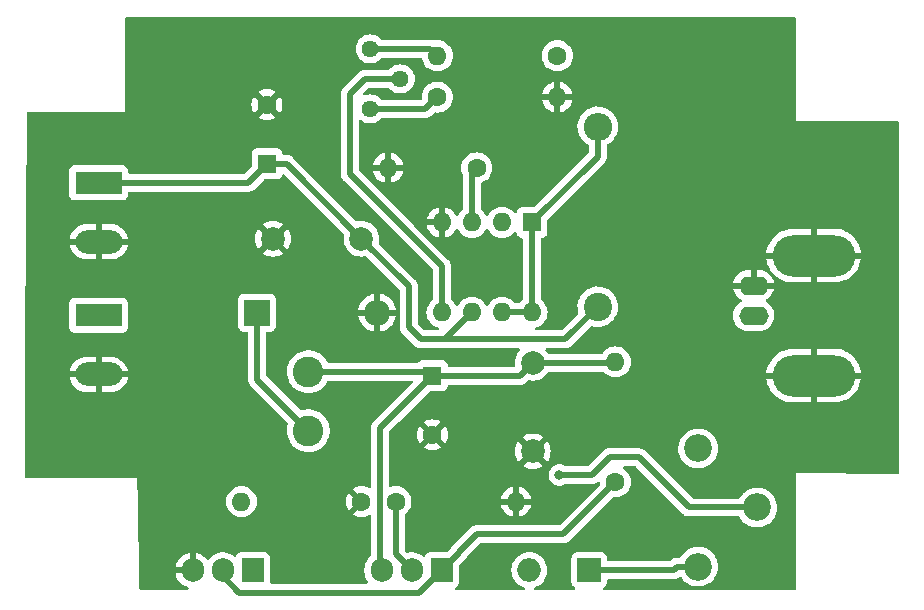
<source format=gbr>
G04 #@! TF.GenerationSoftware,KiCad,Pcbnew,(6.0.2)*
G04 #@! TF.CreationDate,2022-10-13T14:07:26+01:00*
G04 #@! TF.ProjectId,led_driver,6c65645f-6472-4697-9665-722e6b696361,rev?*
G04 #@! TF.SameCoordinates,Original*
G04 #@! TF.FileFunction,Copper,L2,Bot*
G04 #@! TF.FilePolarity,Positive*
%FSLAX46Y46*%
G04 Gerber Fmt 4.6, Leading zero omitted, Abs format (unit mm)*
G04 Created by KiCad (PCBNEW (6.0.2)) date 2022-10-13 14:07:26*
%MOMM*%
%LPD*%
G01*
G04 APERTURE LIST*
G04 #@! TA.AperFunction,ComponentPad*
%ADD10C,1.600000*%
G04 #@! TD*
G04 #@! TA.AperFunction,ComponentPad*
%ADD11O,1.600000X1.600000*%
G04 #@! TD*
G04 #@! TA.AperFunction,ComponentPad*
%ADD12C,1.440000*%
G04 #@! TD*
G04 #@! TA.AperFunction,ComponentPad*
%ADD13C,2.340000*%
G04 #@! TD*
G04 #@! TA.AperFunction,ComponentPad*
%ADD14R,2.000000X2.000000*%
G04 #@! TD*
G04 #@! TA.AperFunction,ComponentPad*
%ADD15O,2.000000X2.000000*%
G04 #@! TD*
G04 #@! TA.AperFunction,ComponentPad*
%ADD16C,2.400000*%
G04 #@! TD*
G04 #@! TA.AperFunction,ComponentPad*
%ADD17O,2.400000X2.400000*%
G04 #@! TD*
G04 #@! TA.AperFunction,ComponentPad*
%ADD18R,1.905000X2.000000*%
G04 #@! TD*
G04 #@! TA.AperFunction,ComponentPad*
%ADD19O,1.905000X2.000000*%
G04 #@! TD*
G04 #@! TA.AperFunction,ComponentPad*
%ADD20C,2.000000*%
G04 #@! TD*
G04 #@! TA.AperFunction,ComponentPad*
%ADD21R,1.600000X1.600000*%
G04 #@! TD*
G04 #@! TA.AperFunction,ComponentPad*
%ADD22R,2.200000X2.200000*%
G04 #@! TD*
G04 #@! TA.AperFunction,ComponentPad*
%ADD23O,2.200000X2.200000*%
G04 #@! TD*
G04 #@! TA.AperFunction,ComponentPad*
%ADD24R,3.960000X1.980000*%
G04 #@! TD*
G04 #@! TA.AperFunction,ComponentPad*
%ADD25O,3.960000X1.980000*%
G04 #@! TD*
G04 #@! TA.AperFunction,ComponentPad*
%ADD26O,2.500000X1.600000*%
G04 #@! TD*
G04 #@! TA.AperFunction,ComponentPad*
%ADD27O,7.000000X3.500000*%
G04 #@! TD*
G04 #@! TA.AperFunction,ComponentPad*
%ADD28C,2.600000*%
G04 #@! TD*
G04 #@! TA.AperFunction,ViaPad*
%ADD29C,0.800000*%
G04 #@! TD*
G04 #@! TA.AperFunction,Conductor*
%ADD30C,0.500000*%
G04 #@! TD*
G04 APERTURE END LIST*
D10*
X124750000Y-66750000D03*
D11*
X117250000Y-66750000D03*
D12*
X115750000Y-61750000D03*
X118290000Y-59210000D03*
X115750000Y-56670000D03*
D13*
X143500000Y-90500000D03*
X148500000Y-95500000D03*
X143500000Y-100500000D03*
D10*
X115000000Y-95000000D03*
D11*
X104840000Y-95000000D03*
D14*
X134290000Y-100805000D03*
D15*
X129210000Y-100805000D03*
D10*
X117920000Y-95000000D03*
D11*
X128080000Y-95000000D03*
D16*
X135000000Y-78500000D03*
D17*
X135000000Y-63260000D03*
D18*
X105790000Y-100805000D03*
D19*
X103250000Y-100805000D03*
X100710000Y-100805000D03*
D18*
X121790000Y-100805000D03*
D19*
X119250000Y-100805000D03*
X116710000Y-100805000D03*
D20*
X115000000Y-72750000D03*
X107500000Y-72750000D03*
D21*
X121000000Y-84347349D03*
D10*
X121000000Y-89347349D03*
D20*
X129500000Y-90750000D03*
X129500000Y-83250000D03*
D21*
X107000000Y-66402651D03*
D10*
X107000000Y-61402651D03*
D22*
X106170000Y-79000000D03*
D23*
X116330000Y-79000000D03*
D24*
X92750000Y-79235000D03*
D25*
X92750000Y-84235000D03*
D26*
X148200000Y-79250000D03*
D27*
X153280000Y-74170000D03*
X153280000Y-84330000D03*
D26*
X148200000Y-76710000D03*
D10*
X136500000Y-93330000D03*
D11*
X136500000Y-83170000D03*
D10*
X121420000Y-60750000D03*
D11*
X131580000Y-60750000D03*
D21*
X129438400Y-71360800D03*
D11*
X126898400Y-71360800D03*
X124358400Y-71360800D03*
X121818400Y-71360800D03*
X121818400Y-78980800D03*
X124358400Y-78980800D03*
X126898400Y-78980800D03*
X129438400Y-78980800D03*
X121420000Y-57250000D03*
D10*
X131580000Y-57250000D03*
D24*
X92750000Y-68000000D03*
D25*
X92750000Y-73000000D03*
D28*
X110500000Y-89000000D03*
X110500000Y-84000000D03*
D29*
X131750000Y-92750000D03*
D30*
X141750000Y-100500000D02*
X143500000Y-100500000D01*
X138500000Y-91250000D02*
X142750000Y-95500000D01*
X134500000Y-92750000D02*
X136000000Y-91250000D01*
X136000000Y-91250000D02*
X138500000Y-91250000D01*
X142750000Y-95500000D02*
X148500000Y-95500000D01*
X131750000Y-92750000D02*
X134500000Y-92750000D01*
X103250000Y-101316522D02*
X103250000Y-100805000D01*
X104633958Y-102700480D02*
X103250000Y-101316522D01*
X119894520Y-102700480D02*
X104633958Y-102700480D01*
X121790000Y-100805000D02*
X119894520Y-102700480D01*
X106170000Y-84670000D02*
X110500000Y-89000000D01*
X106170000Y-79000000D02*
X106170000Y-84670000D01*
X126898400Y-78980800D02*
X129438400Y-78980800D01*
X129438400Y-71360800D02*
X129438400Y-78980800D01*
X135000000Y-65799200D02*
X129438400Y-71360800D01*
X135000000Y-63260000D02*
X135000000Y-65799200D01*
X124358400Y-71360800D02*
X124358400Y-67141600D01*
X124358400Y-67141600D02*
X124750000Y-66750000D01*
X132250000Y-81250000D02*
X135000000Y-78500000D01*
X122089200Y-81250000D02*
X132250000Y-81250000D01*
X120000000Y-81250000D02*
X122089200Y-81250000D01*
X119000000Y-80250000D02*
X120000000Y-81250000D01*
X119000000Y-76750000D02*
X119000000Y-80250000D01*
X122089200Y-81250000D02*
X124358400Y-78980800D01*
X115000000Y-72750000D02*
X119000000Y-76750000D01*
X108652651Y-66402651D02*
X115000000Y-72750000D01*
X107000000Y-66402651D02*
X108652651Y-66402651D01*
X105402651Y-68000000D02*
X107000000Y-66402651D01*
X92750000Y-68000000D02*
X105402651Y-68000000D01*
X141445000Y-100805000D02*
X141750000Y-100500000D01*
X134290000Y-100805000D02*
X141445000Y-100805000D01*
X116570489Y-88776860D02*
X121000000Y-84347349D01*
X116570489Y-100665489D02*
X116570489Y-88776860D01*
X116710000Y-100805000D02*
X116570489Y-100665489D01*
X117920000Y-95000000D02*
X117920000Y-99475000D01*
X117920000Y-99475000D02*
X119250000Y-100805000D01*
X124750000Y-97750000D02*
X132080000Y-97750000D01*
X132080000Y-97750000D02*
X136500000Y-93330000D01*
X123239511Y-99260489D02*
X124750000Y-97750000D01*
X123239511Y-99355489D02*
X123239511Y-99260489D01*
X121790000Y-100805000D02*
X123239511Y-99355489D01*
X136420000Y-83250000D02*
X136500000Y-83170000D01*
X129500000Y-83250000D02*
X136420000Y-83250000D01*
X121000000Y-84347349D02*
X128402651Y-84347349D01*
X128402651Y-84347349D02*
X129500000Y-83250000D01*
X110500000Y-84000000D02*
X120652651Y-84000000D01*
X120652651Y-84000000D02*
X121000000Y-84347349D01*
X114000000Y-67250000D02*
X121818400Y-75068400D01*
X114000000Y-60500000D02*
X114000000Y-67250000D01*
X115290000Y-59210000D02*
X114000000Y-60500000D01*
X121818400Y-75068400D02*
X121818400Y-78980800D01*
X118290000Y-59210000D02*
X115290000Y-59210000D01*
X120420000Y-61750000D02*
X121420000Y-60750000D01*
X115750000Y-61750000D02*
X120420000Y-61750000D01*
X120840000Y-56670000D02*
X121420000Y-57250000D01*
X115750000Y-56670000D02*
X120840000Y-56670000D01*
G04 #@! TA.AperFunction,Conductor*
G36*
X151742121Y-54020002D02*
G01*
X151788614Y-54073658D01*
X151800000Y-54126000D01*
X151800000Y-62800000D01*
X160366000Y-62800000D01*
X160434121Y-62820002D01*
X160480614Y-62873658D01*
X160492000Y-62926000D01*
X160492000Y-92569170D01*
X160471998Y-92637291D01*
X160418342Y-92683784D01*
X160364600Y-92695162D01*
X151818116Y-92600201D01*
X151818115Y-92600201D01*
X151800000Y-92600000D01*
X151800000Y-102366000D01*
X151779998Y-102434121D01*
X151726342Y-102480614D01*
X151674000Y-102492000D01*
X135594811Y-102492000D01*
X135526690Y-102471998D01*
X135480197Y-102418342D01*
X135470093Y-102348068D01*
X135499587Y-102283488D01*
X135531904Y-102257415D01*
X135536705Y-102255615D01*
X135653261Y-102168261D01*
X135740615Y-102051705D01*
X135791745Y-101915316D01*
X135798500Y-101853134D01*
X135798500Y-101689500D01*
X135818502Y-101621379D01*
X135872158Y-101574886D01*
X135924500Y-101563500D01*
X141377930Y-101563500D01*
X141396880Y-101564933D01*
X141411115Y-101567099D01*
X141411119Y-101567099D01*
X141418349Y-101568199D01*
X141425641Y-101567606D01*
X141425644Y-101567606D01*
X141471018Y-101563915D01*
X141481233Y-101563500D01*
X141489293Y-101563500D01*
X141502583Y-101561951D01*
X141517507Y-101560211D01*
X141521882Y-101559778D01*
X141587339Y-101554454D01*
X141587342Y-101554453D01*
X141594637Y-101553860D01*
X141601601Y-101551604D01*
X141607560Y-101550413D01*
X141613415Y-101549029D01*
X141620681Y-101548182D01*
X141689327Y-101523265D01*
X141693455Y-101521848D01*
X141755936Y-101501607D01*
X141755938Y-101501606D01*
X141762899Y-101499351D01*
X141769154Y-101495555D01*
X141774628Y-101493049D01*
X141780058Y-101490330D01*
X141786937Y-101487833D01*
X141847976Y-101447814D01*
X141851680Y-101445477D01*
X141914107Y-101407595D01*
X141918316Y-101403878D01*
X141921898Y-101401242D01*
X141988619Y-101376978D01*
X142057868Y-101392637D01*
X142097536Y-101427337D01*
X142226876Y-101600545D01*
X142226881Y-101600551D01*
X142229668Y-101604283D01*
X142406844Y-101779921D01*
X142410606Y-101782679D01*
X142410609Y-101782682D01*
X142591501Y-101915316D01*
X142608036Y-101927440D01*
X142612171Y-101929616D01*
X142612175Y-101929618D01*
X142728009Y-101990561D01*
X142828823Y-102043602D01*
X143064354Y-102125853D01*
X143068947Y-102126725D01*
X143304867Y-102171516D01*
X143304870Y-102171516D01*
X143309456Y-102172387D01*
X143434099Y-102177284D01*
X143554075Y-102181999D01*
X143554081Y-102181999D01*
X143558743Y-102182182D01*
X143656134Y-102171516D01*
X143802087Y-102155532D01*
X143802092Y-102155531D01*
X143806740Y-102155022D01*
X143811264Y-102153831D01*
X144043476Y-102092694D01*
X144043478Y-102092693D01*
X144047999Y-102091503D01*
X144089744Y-102073568D01*
X144272924Y-101994868D01*
X144272926Y-101994867D01*
X144277218Y-101993023D01*
X144387675Y-101924670D01*
X144485391Y-101864202D01*
X144485395Y-101864199D01*
X144489364Y-101861743D01*
X144556135Y-101805217D01*
X144676209Y-101703567D01*
X144676210Y-101703566D01*
X144679775Y-101700548D01*
X144761316Y-101607569D01*
X144841187Y-101516494D01*
X144841191Y-101516489D01*
X144844269Y-101512979D01*
X144857089Y-101493049D01*
X144968441Y-101319932D01*
X144979231Y-101303157D01*
X145081697Y-101075691D01*
X145126739Y-100915986D01*
X145148146Y-100840082D01*
X145148147Y-100840079D01*
X145149416Y-100835578D01*
X145180900Y-100588092D01*
X145181290Y-100573223D01*
X145183124Y-100503160D01*
X145183207Y-100500000D01*
X145165108Y-100256456D01*
X145165064Y-100255858D01*
X145165063Y-100255854D01*
X145164718Y-100251206D01*
X145109659Y-100007878D01*
X145096028Y-99972825D01*
X145020931Y-99779714D01*
X145020930Y-99779712D01*
X145019238Y-99775361D01*
X145001911Y-99745044D01*
X144965229Y-99680865D01*
X144895442Y-99558763D01*
X144740990Y-99362842D01*
X144559276Y-99191902D01*
X144439238Y-99108629D01*
X144358130Y-99052362D01*
X144358125Y-99052359D01*
X144354292Y-99049700D01*
X144350110Y-99047637D01*
X144350102Y-99047633D01*
X144134728Y-98941423D01*
X144134725Y-98941422D01*
X144130540Y-98939358D01*
X143892937Y-98863300D01*
X143888330Y-98862550D01*
X143888327Y-98862549D01*
X143651312Y-98823949D01*
X143651313Y-98823949D01*
X143646701Y-98823198D01*
X143525753Y-98821615D01*
X143401920Y-98819994D01*
X143401917Y-98819994D01*
X143397243Y-98819933D01*
X143150042Y-98853575D01*
X143145556Y-98854883D01*
X143145554Y-98854883D01*
X143116677Y-98863300D01*
X142910528Y-98923387D01*
X142683965Y-99027834D01*
X142680056Y-99030397D01*
X142479242Y-99162056D01*
X142479237Y-99162060D01*
X142475329Y-99164622D01*
X142438241Y-99197724D01*
X142296970Y-99323813D01*
X142289202Y-99330746D01*
X142129675Y-99522557D01*
X142043035Y-99665336D01*
X142033612Y-99680865D01*
X141981173Y-99728726D01*
X141925893Y-99741500D01*
X141817069Y-99741500D01*
X141798121Y-99740067D01*
X141789706Y-99738787D01*
X141783883Y-99737901D01*
X141783881Y-99737901D01*
X141776651Y-99736801D01*
X141769359Y-99737394D01*
X141769356Y-99737394D01*
X141723982Y-99741085D01*
X141713767Y-99741500D01*
X141705707Y-99741500D01*
X141692417Y-99743049D01*
X141677493Y-99744789D01*
X141673118Y-99745222D01*
X141607661Y-99750546D01*
X141607658Y-99750547D01*
X141600363Y-99751140D01*
X141593399Y-99753396D01*
X141587440Y-99754587D01*
X141581585Y-99755971D01*
X141574319Y-99756818D01*
X141505673Y-99781735D01*
X141501545Y-99783152D01*
X141439064Y-99803393D01*
X141439062Y-99803394D01*
X141432101Y-99805649D01*
X141425846Y-99809445D01*
X141420372Y-99811951D01*
X141414942Y-99814670D01*
X141408063Y-99817167D01*
X141401943Y-99821180D01*
X141401942Y-99821180D01*
X141347024Y-99857186D01*
X141343320Y-99859523D01*
X141280893Y-99897405D01*
X141272516Y-99904803D01*
X141272492Y-99904776D01*
X141269500Y-99907429D01*
X141266267Y-99910132D01*
X141260148Y-99914144D01*
X141255116Y-99919456D01*
X141206872Y-99970383D01*
X141204494Y-99972825D01*
X141167724Y-100009595D01*
X141105412Y-100043621D01*
X141078629Y-100046500D01*
X135924500Y-100046500D01*
X135856379Y-100026498D01*
X135809886Y-99972842D01*
X135798500Y-99920500D01*
X135798500Y-99756866D01*
X135791745Y-99694684D01*
X135740615Y-99558295D01*
X135653261Y-99441739D01*
X135536705Y-99354385D01*
X135400316Y-99303255D01*
X135338134Y-99296500D01*
X133241866Y-99296500D01*
X133179684Y-99303255D01*
X133043295Y-99354385D01*
X132926739Y-99441739D01*
X132839385Y-99558295D01*
X132788255Y-99694684D01*
X132781500Y-99756866D01*
X132781500Y-101853134D01*
X132788255Y-101915316D01*
X132839385Y-102051705D01*
X132926739Y-102168261D01*
X133043295Y-102255615D01*
X133047349Y-102257135D01*
X133095845Y-102305740D01*
X133110858Y-102375131D01*
X133085972Y-102441623D01*
X133029088Y-102484105D01*
X132985189Y-102492000D01*
X129708928Y-102492000D01*
X129640807Y-102471998D01*
X129594314Y-102418342D01*
X129584210Y-102348068D01*
X129613704Y-102283488D01*
X129669992Y-102246167D01*
X129672784Y-102245260D01*
X129677594Y-102244105D01*
X129708317Y-102231379D01*
X129892389Y-102155135D01*
X129892393Y-102155133D01*
X129896963Y-102153240D01*
X129901183Y-102150654D01*
X130095202Y-102031759D01*
X130095208Y-102031755D01*
X130099416Y-102029176D01*
X130279969Y-101874969D01*
X130434176Y-101694416D01*
X130436755Y-101690208D01*
X130436759Y-101690202D01*
X130555654Y-101496183D01*
X130558240Y-101491963D01*
X130577500Y-101445467D01*
X130647211Y-101277167D01*
X130647212Y-101277165D01*
X130649105Y-101272594D01*
X130691272Y-101096956D01*
X130703380Y-101046524D01*
X130703381Y-101046518D01*
X130704535Y-101041711D01*
X130723165Y-100805000D01*
X130704535Y-100568289D01*
X130700385Y-100551000D01*
X130668137Y-100416681D01*
X130649105Y-100337406D01*
X130558240Y-100118037D01*
X130506361Y-100033378D01*
X130436759Y-99919798D01*
X130436755Y-99919792D01*
X130434176Y-99915584D01*
X130279969Y-99735031D01*
X130099416Y-99580824D01*
X130095208Y-99578245D01*
X130095202Y-99578241D01*
X129901183Y-99459346D01*
X129896963Y-99456760D01*
X129892393Y-99454867D01*
X129892389Y-99454865D01*
X129682167Y-99367789D01*
X129682165Y-99367788D01*
X129677594Y-99365895D01*
X129596695Y-99346473D01*
X129451524Y-99311620D01*
X129451518Y-99311619D01*
X129446711Y-99310465D01*
X129210000Y-99291835D01*
X128973289Y-99310465D01*
X128968482Y-99311619D01*
X128968476Y-99311620D01*
X128823305Y-99346473D01*
X128742406Y-99365895D01*
X128737835Y-99367788D01*
X128737833Y-99367789D01*
X128527611Y-99454865D01*
X128527607Y-99454867D01*
X128523037Y-99456760D01*
X128518817Y-99459346D01*
X128324798Y-99578241D01*
X128324792Y-99578245D01*
X128320584Y-99580824D01*
X128140031Y-99735031D01*
X127985824Y-99915584D01*
X127983245Y-99919792D01*
X127983241Y-99919798D01*
X127913639Y-100033378D01*
X127861760Y-100118037D01*
X127770895Y-100337406D01*
X127751863Y-100416681D01*
X127719616Y-100551000D01*
X127715465Y-100568289D01*
X127696835Y-100805000D01*
X127715465Y-101041711D01*
X127716619Y-101046518D01*
X127716620Y-101046524D01*
X127728728Y-101096956D01*
X127770895Y-101272594D01*
X127772788Y-101277165D01*
X127772789Y-101277167D01*
X127842501Y-101445467D01*
X127861760Y-101491963D01*
X127864346Y-101496183D01*
X127983241Y-101690202D01*
X127983245Y-101690208D01*
X127985824Y-101694416D01*
X128140031Y-101874969D01*
X128320584Y-102029176D01*
X128324792Y-102031755D01*
X128324798Y-102031759D01*
X128518817Y-102150654D01*
X128523037Y-102153240D01*
X128527607Y-102155133D01*
X128527611Y-102155135D01*
X128711683Y-102231379D01*
X128742406Y-102244105D01*
X128747216Y-102245260D01*
X128750008Y-102246167D01*
X128808614Y-102286241D01*
X128836251Y-102351637D01*
X128824144Y-102421594D01*
X128776138Y-102473900D01*
X128711072Y-102492000D01*
X123047311Y-102492000D01*
X122979190Y-102471998D01*
X122932697Y-102418342D01*
X122922593Y-102348068D01*
X122952087Y-102283488D01*
X122984404Y-102257415D01*
X122989205Y-102255615D01*
X123105761Y-102168261D01*
X123193115Y-102051705D01*
X123244245Y-101915316D01*
X123251000Y-101853134D01*
X123251000Y-100468871D01*
X123271002Y-100400750D01*
X123287905Y-100379776D01*
X123728422Y-99939259D01*
X123742834Y-99926873D01*
X123754429Y-99918340D01*
X123754434Y-99918335D01*
X123760329Y-99913997D01*
X123765068Y-99908419D01*
X123765071Y-99908416D01*
X123794546Y-99873721D01*
X123801476Y-99866205D01*
X123807171Y-99860510D01*
X123812029Y-99854369D01*
X123824792Y-99838238D01*
X123827583Y-99834834D01*
X123870102Y-99784786D01*
X123870103Y-99784784D01*
X123874844Y-99779204D01*
X123878172Y-99772688D01*
X123881539Y-99767639D01*
X123884706Y-99762510D01*
X123889245Y-99756773D01*
X123920166Y-99690614D01*
X123922072Y-99686714D01*
X123950697Y-99630656D01*
X123973819Y-99598862D01*
X125027276Y-98545405D01*
X125089588Y-98511379D01*
X125116371Y-98508500D01*
X132012930Y-98508500D01*
X132031880Y-98509933D01*
X132046115Y-98512099D01*
X132046119Y-98512099D01*
X132053349Y-98513199D01*
X132060641Y-98512606D01*
X132060644Y-98512606D01*
X132106018Y-98508915D01*
X132116233Y-98508500D01*
X132124293Y-98508500D01*
X132137583Y-98506951D01*
X132152507Y-98505211D01*
X132156882Y-98504778D01*
X132222339Y-98499454D01*
X132222342Y-98499453D01*
X132229637Y-98498860D01*
X132236601Y-98496604D01*
X132242560Y-98495413D01*
X132248415Y-98494029D01*
X132255681Y-98493182D01*
X132324327Y-98468265D01*
X132328455Y-98466848D01*
X132390936Y-98446607D01*
X132390938Y-98446606D01*
X132397899Y-98444351D01*
X132404154Y-98440555D01*
X132409628Y-98438049D01*
X132415058Y-98435330D01*
X132421937Y-98432833D01*
X132482976Y-98392814D01*
X132486680Y-98390477D01*
X132549107Y-98352595D01*
X132557484Y-98345197D01*
X132557508Y-98345224D01*
X132560500Y-98342571D01*
X132563733Y-98339868D01*
X132569852Y-98335856D01*
X132623128Y-98279617D01*
X132625506Y-98277175D01*
X136237010Y-94665671D01*
X136299322Y-94631645D01*
X136337087Y-94629245D01*
X136494525Y-94643019D01*
X136500000Y-94643498D01*
X136728087Y-94623543D01*
X136733400Y-94622119D01*
X136733402Y-94622119D01*
X136943933Y-94565707D01*
X136943935Y-94565706D01*
X136949243Y-94564284D01*
X136978252Y-94550757D01*
X137151762Y-94469849D01*
X137151767Y-94469846D01*
X137156749Y-94467523D01*
X137326747Y-94348489D01*
X137339789Y-94339357D01*
X137339792Y-94339355D01*
X137344300Y-94336198D01*
X137506198Y-94174300D01*
X137514772Y-94162056D01*
X137629586Y-93998084D01*
X137637523Y-93986749D01*
X137639846Y-93981767D01*
X137639849Y-93981762D01*
X137731961Y-93784225D01*
X137731961Y-93784224D01*
X137734284Y-93779243D01*
X137753916Y-93705978D01*
X137792119Y-93563402D01*
X137792119Y-93563400D01*
X137793543Y-93558087D01*
X137813498Y-93330000D01*
X137793543Y-93101913D01*
X137750139Y-92939928D01*
X137735707Y-92886067D01*
X137735706Y-92886065D01*
X137734284Y-92880757D01*
X137676373Y-92756565D01*
X137639849Y-92678238D01*
X137639846Y-92678233D01*
X137637523Y-92673251D01*
X137506198Y-92485700D01*
X137344300Y-92323802D01*
X137339792Y-92320645D01*
X137339789Y-92320643D01*
X137221353Y-92237713D01*
X137177025Y-92182256D01*
X137169716Y-92111636D01*
X137201747Y-92048276D01*
X137262948Y-92012291D01*
X137293624Y-92008500D01*
X138133629Y-92008500D01*
X138201750Y-92028502D01*
X138222724Y-92045405D01*
X142166230Y-95988911D01*
X142178616Y-96003323D01*
X142187149Y-96014918D01*
X142187154Y-96014923D01*
X142191492Y-96020818D01*
X142197070Y-96025557D01*
X142197073Y-96025560D01*
X142231768Y-96055035D01*
X142239284Y-96061965D01*
X142244980Y-96067661D01*
X142247841Y-96069924D01*
X142247846Y-96069929D01*
X142267256Y-96085285D01*
X142270658Y-96088074D01*
X142326285Y-96135333D01*
X142332802Y-96138661D01*
X142337850Y-96142027D01*
X142342972Y-96145190D01*
X142348716Y-96149735D01*
X142414895Y-96180664D01*
X142418779Y-96182563D01*
X142483808Y-96215769D01*
X142490923Y-96217510D01*
X142496578Y-96219613D01*
X142502317Y-96221522D01*
X142508950Y-96224622D01*
X142580435Y-96239491D01*
X142584701Y-96240457D01*
X142655610Y-96257808D01*
X142661212Y-96258156D01*
X142661215Y-96258156D01*
X142666764Y-96258500D01*
X142666762Y-96258535D01*
X142670734Y-96258775D01*
X142674955Y-96259152D01*
X142682115Y-96260641D01*
X142759542Y-96258546D01*
X142762950Y-96258500D01*
X146926675Y-96258500D01*
X146994796Y-96278502D01*
X147037667Y-96324861D01*
X147080398Y-96404386D01*
X147083189Y-96408123D01*
X147083193Y-96408130D01*
X147158551Y-96509046D01*
X147229668Y-96604283D01*
X147406844Y-96779921D01*
X147410606Y-96782679D01*
X147410609Y-96782682D01*
X147600265Y-96921742D01*
X147608036Y-96927440D01*
X147612171Y-96929616D01*
X147612175Y-96929618D01*
X147659649Y-96954595D01*
X147828823Y-97043602D01*
X147960704Y-97089657D01*
X148017621Y-97109533D01*
X148064354Y-97125853D01*
X148068947Y-97126725D01*
X148304867Y-97171516D01*
X148304870Y-97171516D01*
X148309456Y-97172387D01*
X148434099Y-97177284D01*
X148554075Y-97181999D01*
X148554081Y-97181999D01*
X148558743Y-97182182D01*
X148656134Y-97171516D01*
X148802087Y-97155532D01*
X148802092Y-97155531D01*
X148806740Y-97155022D01*
X148846724Y-97144495D01*
X149043476Y-97092694D01*
X149043478Y-97092693D01*
X149047999Y-97091503D01*
X149052296Y-97089657D01*
X149272924Y-96994868D01*
X149272926Y-96994867D01*
X149277218Y-96993023D01*
X149387667Y-96924675D01*
X149485391Y-96864202D01*
X149485395Y-96864199D01*
X149489364Y-96861743D01*
X149679775Y-96700548D01*
X149761316Y-96607569D01*
X149841187Y-96516494D01*
X149841191Y-96516489D01*
X149844269Y-96512979D01*
X149979231Y-96303157D01*
X150081697Y-96075691D01*
X150149416Y-95835578D01*
X150180900Y-95588092D01*
X150183207Y-95500000D01*
X150179805Y-95454225D01*
X150165064Y-95255858D01*
X150165063Y-95255854D01*
X150164718Y-95251206D01*
X150109659Y-95007878D01*
X150107966Y-95003524D01*
X150020931Y-94779714D01*
X150020930Y-94779712D01*
X150019238Y-94775361D01*
X149994714Y-94732452D01*
X149943598Y-94643019D01*
X149895442Y-94558763D01*
X149740990Y-94362842D01*
X149559276Y-94191902D01*
X149443160Y-94111350D01*
X149358130Y-94052362D01*
X149358125Y-94052359D01*
X149354292Y-94049700D01*
X149350110Y-94047637D01*
X149350102Y-94047633D01*
X149134728Y-93941423D01*
X149134725Y-93941422D01*
X149130540Y-93939358D01*
X148892937Y-93863300D01*
X148888330Y-93862550D01*
X148888327Y-93862549D01*
X148651312Y-93823949D01*
X148651313Y-93823949D01*
X148646701Y-93823198D01*
X148525753Y-93821615D01*
X148401920Y-93819994D01*
X148401917Y-93819994D01*
X148397243Y-93819933D01*
X148150042Y-93853575D01*
X148145556Y-93854883D01*
X148145554Y-93854883D01*
X148116677Y-93863300D01*
X147910528Y-93923387D01*
X147906275Y-93925347D01*
X147906274Y-93925348D01*
X147878971Y-93937935D01*
X147683965Y-94027834D01*
X147680056Y-94030397D01*
X147479242Y-94162056D01*
X147479237Y-94162060D01*
X147475329Y-94164622D01*
X147382265Y-94247684D01*
X147340543Y-94284923D01*
X147289202Y-94330746D01*
X147129675Y-94522557D01*
X147033612Y-94680865D01*
X146981173Y-94728726D01*
X146925893Y-94741500D01*
X143116370Y-94741500D01*
X143048249Y-94721498D01*
X143027275Y-94704595D01*
X141066116Y-92743435D01*
X139083770Y-90761089D01*
X139071384Y-90746677D01*
X139062851Y-90735082D01*
X139062846Y-90735077D01*
X139058508Y-90729182D01*
X139052930Y-90724443D01*
X139052927Y-90724440D01*
X139018232Y-90694965D01*
X139010716Y-90688035D01*
X139005021Y-90682340D01*
X138998880Y-90677482D01*
X138982749Y-90664719D01*
X138979345Y-90661928D01*
X138929297Y-90619409D01*
X138929295Y-90619408D01*
X138923715Y-90614667D01*
X138917199Y-90611339D01*
X138912150Y-90607972D01*
X138907021Y-90604805D01*
X138901284Y-90600266D01*
X138835125Y-90569345D01*
X138831225Y-90567439D01*
X138766192Y-90534231D01*
X138759084Y-90532492D01*
X138753441Y-90530393D01*
X138747678Y-90528476D01*
X138741050Y-90525378D01*
X138669583Y-90510513D01*
X138665299Y-90509543D01*
X138664359Y-90509313D01*
X138594390Y-90492192D01*
X138588788Y-90491844D01*
X138588785Y-90491844D01*
X138583236Y-90491500D01*
X138583238Y-90491464D01*
X138579245Y-90491225D01*
X138575053Y-90490851D01*
X138567885Y-90489360D01*
X138504120Y-90491085D01*
X138490479Y-90491454D01*
X138487072Y-90491500D01*
X136067063Y-90491500D01*
X136048114Y-90490067D01*
X136047907Y-90490036D01*
X136026651Y-90486802D01*
X136019359Y-90487395D01*
X136019356Y-90487395D01*
X135973991Y-90491085D01*
X135963777Y-90491500D01*
X135955707Y-90491500D01*
X135952087Y-90491922D01*
X135952069Y-90491923D01*
X135927461Y-90494792D01*
X135923100Y-90495224D01*
X135903093Y-90496851D01*
X135857661Y-90500546D01*
X135857658Y-90500547D01*
X135850363Y-90501140D01*
X135843399Y-90503396D01*
X135837440Y-90504587D01*
X135831585Y-90505971D01*
X135824319Y-90506818D01*
X135755673Y-90531735D01*
X135751545Y-90533152D01*
X135689064Y-90553393D01*
X135689062Y-90553394D01*
X135682101Y-90555649D01*
X135675846Y-90559445D01*
X135670372Y-90561951D01*
X135664942Y-90564670D01*
X135658063Y-90567167D01*
X135597016Y-90607191D01*
X135593327Y-90609518D01*
X135584843Y-90614667D01*
X135535693Y-90644491D01*
X135535688Y-90644495D01*
X135530892Y-90647405D01*
X135522516Y-90654803D01*
X135522493Y-90654777D01*
X135519503Y-90657426D01*
X135516264Y-90660134D01*
X135510148Y-90664144D01*
X135505121Y-90669451D01*
X135505117Y-90669454D01*
X135456872Y-90720383D01*
X135454494Y-90722825D01*
X134222724Y-91954595D01*
X134160412Y-91988621D01*
X134133629Y-91991500D01*
X132292587Y-91991500D01*
X132218528Y-91967437D01*
X132212098Y-91962765D01*
X132212091Y-91962761D01*
X132206752Y-91958882D01*
X132200724Y-91956198D01*
X132200722Y-91956197D01*
X132038319Y-91883891D01*
X132038318Y-91883891D01*
X132032288Y-91881206D01*
X131926524Y-91858725D01*
X131851944Y-91842872D01*
X131851939Y-91842872D01*
X131845487Y-91841500D01*
X131654513Y-91841500D01*
X131648061Y-91842872D01*
X131648056Y-91842872D01*
X131573476Y-91858725D01*
X131467712Y-91881206D01*
X131461682Y-91883891D01*
X131461681Y-91883891D01*
X131299278Y-91956197D01*
X131299276Y-91956198D01*
X131293248Y-91958882D01*
X131287907Y-91962762D01*
X131287906Y-91962763D01*
X131260507Y-91982670D01*
X131138747Y-92071134D01*
X131010960Y-92213056D01*
X130915473Y-92378444D01*
X130856458Y-92560072D01*
X130855768Y-92566633D01*
X130855768Y-92566635D01*
X130844038Y-92678238D01*
X130836496Y-92750000D01*
X130856458Y-92939928D01*
X130915473Y-93121556D01*
X131010960Y-93286944D01*
X131015378Y-93291851D01*
X131015379Y-93291852D01*
X131106286Y-93392814D01*
X131138747Y-93428866D01*
X131191025Y-93466848D01*
X131287904Y-93537235D01*
X131293248Y-93541118D01*
X131299276Y-93543802D01*
X131299278Y-93543803D01*
X131409755Y-93592990D01*
X131467712Y-93618794D01*
X131561112Y-93638647D01*
X131648056Y-93657128D01*
X131648061Y-93657128D01*
X131654513Y-93658500D01*
X131845487Y-93658500D01*
X131851939Y-93657128D01*
X131851944Y-93657128D01*
X131938888Y-93638647D01*
X132032288Y-93618794D01*
X132090245Y-93592990D01*
X132200722Y-93543803D01*
X132200724Y-93543802D01*
X132206752Y-93541118D01*
X132212091Y-93537239D01*
X132212098Y-93537235D01*
X132218528Y-93532563D01*
X132292587Y-93508500D01*
X134432930Y-93508500D01*
X134451880Y-93509933D01*
X134466115Y-93512099D01*
X134466119Y-93512099D01*
X134473349Y-93513199D01*
X134480641Y-93512606D01*
X134480644Y-93512606D01*
X134526018Y-93508915D01*
X134536233Y-93508500D01*
X134544293Y-93508500D01*
X134557583Y-93506951D01*
X134572507Y-93505211D01*
X134576882Y-93504778D01*
X134642339Y-93499454D01*
X134642342Y-93499453D01*
X134649637Y-93498860D01*
X134656601Y-93496604D01*
X134662560Y-93495413D01*
X134668415Y-93494029D01*
X134675681Y-93493182D01*
X134744327Y-93468265D01*
X134748455Y-93466848D01*
X134810936Y-93446607D01*
X134810938Y-93446606D01*
X134817899Y-93444351D01*
X134824154Y-93440555D01*
X134829628Y-93438049D01*
X134835058Y-93435330D01*
X134841937Y-93432833D01*
X134855478Y-93423955D01*
X134902976Y-93392814D01*
X134906680Y-93390477D01*
X134969107Y-93352595D01*
X134977484Y-93345197D01*
X134977507Y-93345223D01*
X134980496Y-93342574D01*
X134983730Y-93339870D01*
X134989852Y-93335856D01*
X134990560Y-93335109D01*
X135053277Y-93307789D01*
X135123362Y-93319126D01*
X135176193Y-93366555D01*
X135194535Y-93421820D01*
X135200755Y-93492913D01*
X135186766Y-93562518D01*
X135164329Y-93592990D01*
X131802724Y-96954595D01*
X131740412Y-96988621D01*
X131713629Y-96991500D01*
X124817070Y-96991500D01*
X124798120Y-96990067D01*
X124783885Y-96987901D01*
X124783881Y-96987901D01*
X124776651Y-96986801D01*
X124769359Y-96987394D01*
X124769356Y-96987394D01*
X124723982Y-96991085D01*
X124713767Y-96991500D01*
X124705707Y-96991500D01*
X124692643Y-96993023D01*
X124677493Y-96994789D01*
X124673118Y-96995222D01*
X124607661Y-97000546D01*
X124607658Y-97000547D01*
X124600363Y-97001140D01*
X124593399Y-97003396D01*
X124587440Y-97004587D01*
X124581585Y-97005971D01*
X124574319Y-97006818D01*
X124505673Y-97031735D01*
X124501545Y-97033152D01*
X124439064Y-97053393D01*
X124439062Y-97053394D01*
X124432101Y-97055649D01*
X124425846Y-97059445D01*
X124420372Y-97061951D01*
X124414942Y-97064670D01*
X124408063Y-97067167D01*
X124401943Y-97071180D01*
X124401942Y-97071180D01*
X124347024Y-97107186D01*
X124343320Y-97109523D01*
X124280893Y-97147405D01*
X124272516Y-97154803D01*
X124272492Y-97154776D01*
X124269500Y-97157429D01*
X124266267Y-97160132D01*
X124260148Y-97164144D01*
X124252339Y-97172387D01*
X124206872Y-97220383D01*
X124204494Y-97222825D01*
X122750600Y-98676719D01*
X122736188Y-98689105D01*
X122724593Y-98697638D01*
X122724588Y-98697643D01*
X122718693Y-98701981D01*
X122713954Y-98707559D01*
X122713951Y-98707562D01*
X122684476Y-98742257D01*
X122677546Y-98749773D01*
X122671851Y-98755468D01*
X122669571Y-98758350D01*
X122654230Y-98777740D01*
X122651439Y-98781144D01*
X122608920Y-98831192D01*
X122604178Y-98836774D01*
X122600850Y-98843290D01*
X122597483Y-98848339D01*
X122594316Y-98853468D01*
X122589777Y-98859205D01*
X122558864Y-98925348D01*
X122556950Y-98929264D01*
X122528325Y-98985322D01*
X122505203Y-99017116D01*
X122262724Y-99259595D01*
X122200412Y-99293621D01*
X122173629Y-99296500D01*
X120789366Y-99296500D01*
X120727184Y-99303255D01*
X120590795Y-99354385D01*
X120474239Y-99441739D01*
X120386885Y-99558295D01*
X120379427Y-99578189D01*
X120336787Y-99634953D01*
X120270226Y-99659654D01*
X120200877Y-99644447D01*
X120183353Y-99632842D01*
X120065330Y-99539633D01*
X120065325Y-99539630D01*
X120061276Y-99536432D01*
X120056760Y-99533939D01*
X120056757Y-99533937D01*
X119855474Y-99422823D01*
X119855470Y-99422821D01*
X119850950Y-99420326D01*
X119846081Y-99418602D01*
X119846077Y-99418600D01*
X119629360Y-99341856D01*
X119629356Y-99341855D01*
X119624485Y-99340130D01*
X119619392Y-99339223D01*
X119619389Y-99339222D01*
X119393052Y-99298905D01*
X119393046Y-99298904D01*
X119387963Y-99297999D01*
X119295474Y-99296869D01*
X119152907Y-99295127D01*
X119152905Y-99295127D01*
X119147737Y-99295064D01*
X118969404Y-99322353D01*
X118920254Y-99329874D01*
X118849892Y-99320406D01*
X118812100Y-99294419D01*
X118715405Y-99197724D01*
X118681379Y-99135412D01*
X118678500Y-99108629D01*
X118678500Y-96131867D01*
X118698502Y-96063746D01*
X118732228Y-96028655D01*
X118764300Y-96006198D01*
X118926198Y-95844300D01*
X118932306Y-95835578D01*
X119054366Y-95661257D01*
X119057523Y-95656749D01*
X119059846Y-95651767D01*
X119059849Y-95651762D01*
X119151961Y-95454225D01*
X119151961Y-95454224D01*
X119154284Y-95449243D01*
X119202970Y-95267548D01*
X119203245Y-95266522D01*
X126797273Y-95266522D01*
X126844764Y-95443761D01*
X126848510Y-95454053D01*
X126940586Y-95651511D01*
X126946069Y-95661007D01*
X127071028Y-95839467D01*
X127078084Y-95847875D01*
X127232125Y-96001916D01*
X127240533Y-96008972D01*
X127418993Y-96133931D01*
X127428489Y-96139414D01*
X127625947Y-96231490D01*
X127636239Y-96235236D01*
X127808503Y-96281394D01*
X127822599Y-96281058D01*
X127826000Y-96273116D01*
X127826000Y-96267967D01*
X128334000Y-96267967D01*
X128337973Y-96281498D01*
X128346522Y-96282727D01*
X128523761Y-96235236D01*
X128534053Y-96231490D01*
X128731511Y-96139414D01*
X128741007Y-96133931D01*
X128919467Y-96008972D01*
X128927875Y-96001916D01*
X129081916Y-95847875D01*
X129088972Y-95839467D01*
X129213931Y-95661007D01*
X129219414Y-95651511D01*
X129311490Y-95454053D01*
X129315236Y-95443761D01*
X129361394Y-95271497D01*
X129361058Y-95257401D01*
X129353116Y-95254000D01*
X128352115Y-95254000D01*
X128336876Y-95258475D01*
X128335671Y-95259865D01*
X128334000Y-95267548D01*
X128334000Y-96267967D01*
X127826000Y-96267967D01*
X127826000Y-95272115D01*
X127821525Y-95256876D01*
X127820135Y-95255671D01*
X127812452Y-95254000D01*
X126812033Y-95254000D01*
X126798502Y-95257973D01*
X126797273Y-95266522D01*
X119203245Y-95266522D01*
X119212119Y-95233402D01*
X119212119Y-95233400D01*
X119213543Y-95228087D01*
X119233498Y-95000000D01*
X119213543Y-94771913D01*
X119203244Y-94733478D01*
X119201911Y-94728503D01*
X126798606Y-94728503D01*
X126798942Y-94742599D01*
X126806884Y-94746000D01*
X127807885Y-94746000D01*
X127823124Y-94741525D01*
X127824329Y-94740135D01*
X127826000Y-94732452D01*
X127826000Y-94727885D01*
X128334000Y-94727885D01*
X128338475Y-94743124D01*
X128339865Y-94744329D01*
X128347548Y-94746000D01*
X129347967Y-94746000D01*
X129361498Y-94742027D01*
X129362727Y-94733478D01*
X129315236Y-94556239D01*
X129311490Y-94545947D01*
X129219414Y-94348489D01*
X129213931Y-94338993D01*
X129088972Y-94160533D01*
X129081916Y-94152125D01*
X128927875Y-93998084D01*
X128919467Y-93991028D01*
X128741007Y-93866069D01*
X128731511Y-93860586D01*
X128534053Y-93768510D01*
X128523761Y-93764764D01*
X128351497Y-93718606D01*
X128337401Y-93718942D01*
X128334000Y-93726884D01*
X128334000Y-94727885D01*
X127826000Y-94727885D01*
X127826000Y-93732033D01*
X127822027Y-93718502D01*
X127813478Y-93717273D01*
X127636239Y-93764764D01*
X127625947Y-93768510D01*
X127428489Y-93860586D01*
X127418993Y-93866069D01*
X127240533Y-93991028D01*
X127232125Y-93998084D01*
X127078084Y-94152125D01*
X127071028Y-94160533D01*
X126946069Y-94338993D01*
X126940586Y-94348489D01*
X126848510Y-94545947D01*
X126844764Y-94556239D01*
X126798606Y-94728503D01*
X119201911Y-94728503D01*
X119155707Y-94556067D01*
X119155706Y-94556065D01*
X119154284Y-94550757D01*
X119139458Y-94518962D01*
X119059849Y-94348238D01*
X119059846Y-94348233D01*
X119057523Y-94343251D01*
X118984098Y-94238389D01*
X118929357Y-94160211D01*
X118929355Y-94160208D01*
X118926198Y-94155700D01*
X118764300Y-93993802D01*
X118759792Y-93990645D01*
X118759789Y-93990643D01*
X118633920Y-93902509D01*
X118576749Y-93862477D01*
X118571767Y-93860154D01*
X118571762Y-93860151D01*
X118374225Y-93768039D01*
X118374224Y-93768039D01*
X118369243Y-93765716D01*
X118363935Y-93764294D01*
X118363933Y-93764293D01*
X118153402Y-93707881D01*
X118153400Y-93707881D01*
X118148087Y-93706457D01*
X117920000Y-93686502D01*
X117691913Y-93706457D01*
X117686600Y-93707881D01*
X117686598Y-93707881D01*
X117487600Y-93761203D01*
X117416624Y-93759513D01*
X117357828Y-93719719D01*
X117329880Y-93654455D01*
X117328989Y-93639496D01*
X117328989Y-91982670D01*
X128632160Y-91982670D01*
X128637887Y-91990320D01*
X128809042Y-92095205D01*
X128817837Y-92099687D01*
X129027988Y-92186734D01*
X129037373Y-92189783D01*
X129258554Y-92242885D01*
X129268301Y-92244428D01*
X129495070Y-92262275D01*
X129504930Y-92262275D01*
X129731699Y-92244428D01*
X129741446Y-92242885D01*
X129962627Y-92189783D01*
X129972012Y-92186734D01*
X130182163Y-92099687D01*
X130190958Y-92095205D01*
X130358445Y-91992568D01*
X130367907Y-91982110D01*
X130364124Y-91973334D01*
X129512812Y-91122022D01*
X129498868Y-91114408D01*
X129497035Y-91114539D01*
X129490420Y-91118790D01*
X128638920Y-91970290D01*
X128632160Y-91982670D01*
X117328989Y-91982670D01*
X117328989Y-90754930D01*
X127987725Y-90754930D01*
X128005572Y-90981699D01*
X128007115Y-90991446D01*
X128060217Y-91212627D01*
X128063266Y-91222012D01*
X128150313Y-91432163D01*
X128154795Y-91440958D01*
X128257432Y-91608445D01*
X128267890Y-91617907D01*
X128276666Y-91614124D01*
X129127978Y-90762812D01*
X129134356Y-90751132D01*
X129864408Y-90751132D01*
X129864539Y-90752965D01*
X129868790Y-90759580D01*
X130720290Y-91611080D01*
X130732670Y-91617840D01*
X130740320Y-91612113D01*
X130845205Y-91440958D01*
X130849687Y-91432163D01*
X130936734Y-91222012D01*
X130939783Y-91212627D01*
X130992885Y-90991446D01*
X130994428Y-90981699D01*
X131012275Y-90754930D01*
X131012275Y-90745070D01*
X130994428Y-90518301D01*
X130992885Y-90508554D01*
X130980253Y-90455939D01*
X141817370Y-90455939D01*
X141817594Y-90460606D01*
X141817594Y-90460611D01*
X141821130Y-90534231D01*
X141829339Y-90705131D01*
X141878010Y-90949818D01*
X141962314Y-91184622D01*
X142080398Y-91404386D01*
X142083193Y-91408130D01*
X142083195Y-91408132D01*
X142151694Y-91499863D01*
X142229668Y-91604283D01*
X142406844Y-91779921D01*
X142410606Y-91782679D01*
X142410609Y-91782682D01*
X142543109Y-91879834D01*
X142608036Y-91927440D01*
X142612171Y-91929616D01*
X142612175Y-91929618D01*
X142689480Y-91970290D01*
X142828823Y-92043602D01*
X142907663Y-92071134D01*
X143023643Y-92111636D01*
X143064354Y-92125853D01*
X143068947Y-92126725D01*
X143304867Y-92171516D01*
X143304870Y-92171516D01*
X143309456Y-92172387D01*
X143434100Y-92177285D01*
X143554075Y-92181999D01*
X143554081Y-92181999D01*
X143558743Y-92182182D01*
X143656134Y-92171516D01*
X143802087Y-92155532D01*
X143802092Y-92155531D01*
X143806740Y-92155022D01*
X143811264Y-92153831D01*
X144043476Y-92092694D01*
X144043478Y-92092693D01*
X144047999Y-92091503D01*
X144083979Y-92076045D01*
X144272924Y-91994868D01*
X144272926Y-91994867D01*
X144277218Y-91993023D01*
X144387667Y-91924675D01*
X144485391Y-91864202D01*
X144485395Y-91864199D01*
X144489364Y-91861743D01*
X144679775Y-91700548D01*
X144700319Y-91677122D01*
X144841187Y-91516494D01*
X144841191Y-91516489D01*
X144844269Y-91512979D01*
X144890595Y-91440958D01*
X144976703Y-91307087D01*
X144979231Y-91303157D01*
X145081697Y-91075691D01*
X145108206Y-90981699D01*
X145148146Y-90840082D01*
X145148147Y-90840079D01*
X145149416Y-90835578D01*
X145162951Y-90729182D01*
X145180502Y-90591222D01*
X145180502Y-90591218D01*
X145180900Y-90588092D01*
X145181045Y-90582585D01*
X145182728Y-90518301D01*
X145183207Y-90500000D01*
X145182555Y-90491225D01*
X145165064Y-90255858D01*
X145165063Y-90255854D01*
X145164718Y-90251206D01*
X145109659Y-90007878D01*
X145096652Y-89974431D01*
X145020931Y-89779714D01*
X145020930Y-89779712D01*
X145019238Y-89775361D01*
X144895442Y-89558763D01*
X144740990Y-89362842D01*
X144559276Y-89191902D01*
X144423981Y-89098045D01*
X144358130Y-89052362D01*
X144358125Y-89052359D01*
X144354292Y-89049700D01*
X144350110Y-89047637D01*
X144350102Y-89047633D01*
X144134728Y-88941423D01*
X144134725Y-88941422D01*
X144130540Y-88939358D01*
X143892937Y-88863300D01*
X143888330Y-88862550D01*
X143888327Y-88862549D01*
X143651312Y-88823949D01*
X143651313Y-88823949D01*
X143646701Y-88823198D01*
X143525753Y-88821615D01*
X143401920Y-88819994D01*
X143401917Y-88819994D01*
X143397243Y-88819933D01*
X143150042Y-88853575D01*
X143145556Y-88854883D01*
X143145554Y-88854883D01*
X143116677Y-88863300D01*
X142910528Y-88923387D01*
X142683965Y-89027834D01*
X142680056Y-89030397D01*
X142479242Y-89162056D01*
X142479237Y-89162060D01*
X142475329Y-89164622D01*
X142289202Y-89330746D01*
X142129675Y-89522557D01*
X142000252Y-89735840D01*
X141998443Y-89740154D01*
X141998442Y-89740156D01*
X141937337Y-89885876D01*
X141903775Y-89965911D01*
X141902624Y-89970443D01*
X141902623Y-89970446D01*
X141891959Y-90012435D01*
X141842365Y-90207714D01*
X141817370Y-90455939D01*
X130980253Y-90455939D01*
X130939783Y-90287373D01*
X130936734Y-90277988D01*
X130849687Y-90067837D01*
X130845205Y-90059042D01*
X130742568Y-89891555D01*
X130732110Y-89882093D01*
X130723334Y-89885876D01*
X129872022Y-90737188D01*
X129864408Y-90751132D01*
X129134356Y-90751132D01*
X129135592Y-90748868D01*
X129135461Y-90747035D01*
X129131210Y-90740420D01*
X128279710Y-89888920D01*
X128267330Y-89882160D01*
X128259680Y-89887887D01*
X128154795Y-90059042D01*
X128150313Y-90067837D01*
X128063266Y-90277988D01*
X128060217Y-90287373D01*
X128007115Y-90508554D01*
X128005572Y-90518301D01*
X127987725Y-90745070D01*
X127987725Y-90754930D01*
X117328989Y-90754930D01*
X117328989Y-90433411D01*
X120278493Y-90433411D01*
X120287789Y-90445426D01*
X120338994Y-90481280D01*
X120348489Y-90486763D01*
X120545947Y-90578839D01*
X120556239Y-90582585D01*
X120766688Y-90638974D01*
X120777481Y-90640877D01*
X120994525Y-90659866D01*
X121005475Y-90659866D01*
X121222519Y-90640877D01*
X121233312Y-90638974D01*
X121443761Y-90582585D01*
X121454053Y-90578839D01*
X121651511Y-90486763D01*
X121661006Y-90481280D01*
X121713048Y-90444840D01*
X121721424Y-90434361D01*
X121714356Y-90420915D01*
X121012812Y-89719371D01*
X120998868Y-89711757D01*
X120997035Y-89711888D01*
X120990420Y-89716139D01*
X120284923Y-90421636D01*
X120278493Y-90433411D01*
X117328989Y-90433411D01*
X117328989Y-89352824D01*
X119687483Y-89352824D01*
X119706472Y-89569868D01*
X119708375Y-89580661D01*
X119764764Y-89791110D01*
X119768510Y-89801402D01*
X119860586Y-89998860D01*
X119866069Y-90008355D01*
X119902509Y-90060397D01*
X119912988Y-90068773D01*
X119926434Y-90061705D01*
X120627978Y-89360161D01*
X120634356Y-89348481D01*
X121364408Y-89348481D01*
X121364539Y-89350314D01*
X121368790Y-89356929D01*
X122074287Y-90062426D01*
X122086062Y-90068856D01*
X122098077Y-90059560D01*
X122133931Y-90008355D01*
X122139414Y-89998860D01*
X122231490Y-89801402D01*
X122235236Y-89791110D01*
X122291625Y-89580661D01*
X122293528Y-89569868D01*
X122298076Y-89517890D01*
X128632093Y-89517890D01*
X128635876Y-89526666D01*
X129487188Y-90377978D01*
X129501132Y-90385592D01*
X129502965Y-90385461D01*
X129509580Y-90381210D01*
X130361080Y-89529710D01*
X130367840Y-89517330D01*
X130362113Y-89509680D01*
X130190958Y-89404795D01*
X130182163Y-89400313D01*
X129972012Y-89313266D01*
X129962627Y-89310217D01*
X129741446Y-89257115D01*
X129731699Y-89255572D01*
X129504930Y-89237725D01*
X129495070Y-89237725D01*
X129268301Y-89255572D01*
X129258554Y-89257115D01*
X129037373Y-89310217D01*
X129027988Y-89313266D01*
X128817837Y-89400313D01*
X128809042Y-89404795D01*
X128641555Y-89507432D01*
X128632093Y-89517890D01*
X122298076Y-89517890D01*
X122312517Y-89352824D01*
X122312517Y-89341874D01*
X122293528Y-89124830D01*
X122291625Y-89114037D01*
X122235236Y-88903588D01*
X122231490Y-88893296D01*
X122139414Y-88695838D01*
X122133931Y-88686343D01*
X122097491Y-88634301D01*
X122087012Y-88625925D01*
X122073566Y-88632993D01*
X121372022Y-89334537D01*
X121364408Y-89348481D01*
X120634356Y-89348481D01*
X120635592Y-89346217D01*
X120635461Y-89344384D01*
X120631210Y-89337769D01*
X119925713Y-88632272D01*
X119913938Y-88625842D01*
X119901923Y-88635138D01*
X119866069Y-88686343D01*
X119860586Y-88695838D01*
X119768510Y-88893296D01*
X119764764Y-88903588D01*
X119708375Y-89114037D01*
X119706472Y-89124830D01*
X119687483Y-89341874D01*
X119687483Y-89352824D01*
X117328989Y-89352824D01*
X117328989Y-89143231D01*
X117348991Y-89075110D01*
X117365894Y-89054136D01*
X118159693Y-88260337D01*
X120278576Y-88260337D01*
X120285644Y-88273783D01*
X120987188Y-88975327D01*
X121001132Y-88982941D01*
X121002965Y-88982810D01*
X121009580Y-88978559D01*
X121715077Y-88273062D01*
X121721507Y-88261287D01*
X121712211Y-88249272D01*
X121661006Y-88213418D01*
X121651511Y-88207935D01*
X121454053Y-88115859D01*
X121443761Y-88112113D01*
X121233312Y-88055724D01*
X121222519Y-88053821D01*
X121005475Y-88034832D01*
X120994525Y-88034832D01*
X120777481Y-88053821D01*
X120766688Y-88055724D01*
X120556239Y-88112113D01*
X120545947Y-88115859D01*
X120348489Y-88207935D01*
X120338994Y-88213418D01*
X120286952Y-88249858D01*
X120278576Y-88260337D01*
X118159693Y-88260337D01*
X120727276Y-85692754D01*
X120789588Y-85658728D01*
X120816371Y-85655849D01*
X121848134Y-85655849D01*
X121910316Y-85649094D01*
X122046705Y-85597964D01*
X122163261Y-85510610D01*
X122250615Y-85394054D01*
X122301745Y-85257665D01*
X122306028Y-85218241D01*
X122333270Y-85152679D01*
X122391634Y-85112253D01*
X122431291Y-85105849D01*
X128335581Y-85105849D01*
X128354531Y-85107282D01*
X128368766Y-85109448D01*
X128368770Y-85109448D01*
X128376000Y-85110548D01*
X128383292Y-85109955D01*
X128383295Y-85109955D01*
X128428669Y-85106264D01*
X128438884Y-85105849D01*
X128446944Y-85105849D01*
X128460234Y-85104300D01*
X128475158Y-85102560D01*
X128479533Y-85102127D01*
X128544990Y-85096803D01*
X128544993Y-85096802D01*
X128552288Y-85096209D01*
X128559252Y-85093953D01*
X128565211Y-85092762D01*
X128571066Y-85091378D01*
X128578332Y-85090531D01*
X128646978Y-85065614D01*
X128651106Y-85064197D01*
X128713587Y-85043956D01*
X128713589Y-85043955D01*
X128720550Y-85041700D01*
X128726805Y-85037904D01*
X128732279Y-85035398D01*
X128737709Y-85032679D01*
X128744588Y-85030182D01*
X128772416Y-85011937D01*
X128805627Y-84990163D01*
X128809331Y-84987826D01*
X128871758Y-84949944D01*
X128880135Y-84942546D01*
X128880159Y-84942573D01*
X128883150Y-84939921D01*
X128886384Y-84937217D01*
X128892503Y-84933205D01*
X128945745Y-84877002D01*
X128948121Y-84874561D01*
X129064094Y-84758588D01*
X129126406Y-84724562D01*
X129182603Y-84725164D01*
X129258476Y-84743380D01*
X129258482Y-84743381D01*
X129263289Y-84744535D01*
X129500000Y-84763165D01*
X129736711Y-84744535D01*
X129741518Y-84743381D01*
X129741524Y-84743380D01*
X129887391Y-84708360D01*
X129967594Y-84689105D01*
X129988871Y-84680292D01*
X130182058Y-84600272D01*
X149286942Y-84600272D01*
X149293222Y-84672053D01*
X149294497Y-84680292D01*
X149358110Y-84964880D01*
X149360464Y-84972877D01*
X149461150Y-85246534D01*
X149464550Y-85254172D01*
X149600549Y-85512115D01*
X149604916Y-85519213D01*
X149773835Y-85756905D01*
X149779108Y-85763372D01*
X149977983Y-85976639D01*
X149984067Y-85982351D01*
X150209393Y-86167437D01*
X150216174Y-86172292D01*
X150464013Y-86325958D01*
X150471373Y-86329871D01*
X150737346Y-86449404D01*
X150745169Y-86452314D01*
X151024625Y-86535624D01*
X151032746Y-86537469D01*
X151321429Y-86583191D01*
X151328403Y-86583899D01*
X151417286Y-86587936D01*
X151420119Y-86588000D01*
X153007885Y-86588000D01*
X153023124Y-86583525D01*
X153024329Y-86582135D01*
X153026000Y-86574452D01*
X153026000Y-86569885D01*
X153534000Y-86569885D01*
X153538475Y-86585124D01*
X153539865Y-86586329D01*
X153547548Y-86588000D01*
X155103993Y-86588000D01*
X155108182Y-86587861D01*
X155325132Y-86573451D01*
X155333403Y-86572347D01*
X155619251Y-86514710D01*
X155627303Y-86512522D01*
X155903005Y-86417591D01*
X155910716Y-86414350D01*
X156171444Y-86283787D01*
X156178638Y-86279566D01*
X156419820Y-86115659D01*
X156426390Y-86110526D01*
X156643775Y-85916161D01*
X156649608Y-85910205D01*
X156839378Y-85688797D01*
X156844376Y-85682116D01*
X157003191Y-85437563D01*
X157007265Y-85430273D01*
X157132338Y-85166868D01*
X157135414Y-85159100D01*
X157224552Y-84881469D01*
X157226573Y-84873363D01*
X157275429Y-84601830D01*
X157273997Y-84588571D01*
X157259387Y-84584000D01*
X153552115Y-84584000D01*
X153536876Y-84588475D01*
X153535671Y-84589865D01*
X153534000Y-84597548D01*
X153534000Y-86569885D01*
X153026000Y-86569885D01*
X153026000Y-84602115D01*
X153021525Y-84586876D01*
X153020135Y-84585671D01*
X153012452Y-84584000D01*
X149303633Y-84584000D01*
X149289004Y-84588295D01*
X149286942Y-84600272D01*
X130182058Y-84600272D01*
X130182389Y-84600135D01*
X130182393Y-84600133D01*
X130186963Y-84598240D01*
X130207474Y-84585671D01*
X130385202Y-84476759D01*
X130385208Y-84476755D01*
X130389416Y-84474176D01*
X130569969Y-84319969D01*
X130724176Y-84139416D01*
X130767533Y-84068664D01*
X130820181Y-84021033D01*
X130874965Y-84008500D01*
X135435812Y-84008500D01*
X135503933Y-84028502D01*
X135524907Y-84045405D01*
X135655700Y-84176198D01*
X135660208Y-84179355D01*
X135660211Y-84179357D01*
X135713041Y-84216349D01*
X135843251Y-84307523D01*
X135848233Y-84309846D01*
X135848238Y-84309849D01*
X136025966Y-84392724D01*
X136050757Y-84404284D01*
X136056065Y-84405706D01*
X136056067Y-84405707D01*
X136266598Y-84462119D01*
X136266600Y-84462119D01*
X136271913Y-84463543D01*
X136500000Y-84483498D01*
X136728087Y-84463543D01*
X136733400Y-84462119D01*
X136733402Y-84462119D01*
X136943933Y-84405707D01*
X136943935Y-84405706D01*
X136949243Y-84404284D01*
X136974034Y-84392724D01*
X137151762Y-84309849D01*
X137151767Y-84309846D01*
X137156749Y-84307523D01*
X137286959Y-84216349D01*
X137339789Y-84179357D01*
X137339792Y-84179355D01*
X137344300Y-84176198D01*
X137462328Y-84058170D01*
X149284571Y-84058170D01*
X149286003Y-84071429D01*
X149300613Y-84076000D01*
X153007885Y-84076000D01*
X153023124Y-84071525D01*
X153024329Y-84070135D01*
X153026000Y-84062452D01*
X153026000Y-84057885D01*
X153534000Y-84057885D01*
X153538475Y-84073124D01*
X153539865Y-84074329D01*
X153547548Y-84076000D01*
X157256367Y-84076000D01*
X157270996Y-84071705D01*
X157273058Y-84059728D01*
X157266778Y-83987947D01*
X157265503Y-83979708D01*
X157201890Y-83695120D01*
X157199536Y-83687123D01*
X157098850Y-83413466D01*
X157095450Y-83405828D01*
X156959451Y-83147885D01*
X156955084Y-83140787D01*
X156786165Y-82903095D01*
X156780892Y-82896628D01*
X156582017Y-82683361D01*
X156575933Y-82677649D01*
X156350607Y-82492563D01*
X156343826Y-82487708D01*
X156095987Y-82334042D01*
X156088627Y-82330129D01*
X155822654Y-82210596D01*
X155814831Y-82207686D01*
X155535375Y-82124376D01*
X155527254Y-82122531D01*
X155238571Y-82076809D01*
X155231597Y-82076101D01*
X155142714Y-82072064D01*
X155139881Y-82072000D01*
X153552115Y-82072000D01*
X153536876Y-82076475D01*
X153535671Y-82077865D01*
X153534000Y-82085548D01*
X153534000Y-84057885D01*
X153026000Y-84057885D01*
X153026000Y-82090115D01*
X153021525Y-82074876D01*
X153020135Y-82073671D01*
X153012452Y-82072000D01*
X151456007Y-82072000D01*
X151451818Y-82072139D01*
X151234868Y-82086549D01*
X151226597Y-82087653D01*
X150940749Y-82145290D01*
X150932697Y-82147478D01*
X150656995Y-82242409D01*
X150649284Y-82245650D01*
X150388556Y-82376213D01*
X150381362Y-82380434D01*
X150140180Y-82544341D01*
X150133610Y-82549474D01*
X149916225Y-82743839D01*
X149910392Y-82749795D01*
X149720622Y-82971203D01*
X149715624Y-82977884D01*
X149556809Y-83222437D01*
X149552735Y-83229727D01*
X149427662Y-83493132D01*
X149424586Y-83500900D01*
X149335448Y-83778531D01*
X149333427Y-83786637D01*
X149284571Y-84058170D01*
X137462328Y-84058170D01*
X137506198Y-84014300D01*
X137510260Y-84008500D01*
X137634366Y-83831257D01*
X137637523Y-83826749D01*
X137639846Y-83821767D01*
X137639849Y-83821762D01*
X137731961Y-83624225D01*
X137731961Y-83624224D01*
X137734284Y-83619243D01*
X137746675Y-83573002D01*
X137792119Y-83403402D01*
X137792119Y-83403400D01*
X137793543Y-83398087D01*
X137813498Y-83170000D01*
X137793543Y-82941913D01*
X137789241Y-82925857D01*
X137735707Y-82726067D01*
X137735706Y-82726065D01*
X137734284Y-82720757D01*
X137672343Y-82587923D01*
X137639849Y-82518238D01*
X137639846Y-82518233D01*
X137637523Y-82513251D01*
X137506198Y-82325700D01*
X137344300Y-82163802D01*
X137339792Y-82160645D01*
X137339789Y-82160643D01*
X137235548Y-82087653D01*
X137156749Y-82032477D01*
X137151767Y-82030154D01*
X137151762Y-82030151D01*
X136954225Y-81938039D01*
X136954224Y-81938039D01*
X136949243Y-81935716D01*
X136943935Y-81934294D01*
X136943933Y-81934293D01*
X136733402Y-81877881D01*
X136733400Y-81877881D01*
X136728087Y-81876457D01*
X136500000Y-81856502D01*
X136271913Y-81876457D01*
X136266600Y-81877881D01*
X136266598Y-81877881D01*
X136056067Y-81934293D01*
X136056065Y-81934294D01*
X136050757Y-81935716D01*
X136045776Y-81938039D01*
X136045775Y-81938039D01*
X135848238Y-82030151D01*
X135848233Y-82030154D01*
X135843251Y-82032477D01*
X135764452Y-82087653D01*
X135660211Y-82160643D01*
X135660208Y-82160645D01*
X135655700Y-82163802D01*
X135493802Y-82325700D01*
X135490645Y-82330208D01*
X135490643Y-82330211D01*
X135415329Y-82437771D01*
X135359872Y-82482099D01*
X135312116Y-82491500D01*
X130874965Y-82491500D01*
X130806844Y-82471498D01*
X130767533Y-82431336D01*
X130724176Y-82360584D01*
X130600972Y-82216331D01*
X130571941Y-82151541D01*
X130582546Y-82081341D01*
X130629421Y-82028018D01*
X130696783Y-82008500D01*
X132182930Y-82008500D01*
X132201880Y-82009933D01*
X132216115Y-82012099D01*
X132216119Y-82012099D01*
X132223349Y-82013199D01*
X132230641Y-82012606D01*
X132230644Y-82012606D01*
X132276018Y-82008915D01*
X132286233Y-82008500D01*
X132294293Y-82008500D01*
X132311680Y-82006473D01*
X132322507Y-82005211D01*
X132326882Y-82004778D01*
X132392339Y-81999454D01*
X132392342Y-81999453D01*
X132399637Y-81998860D01*
X132406601Y-81996604D01*
X132412560Y-81995413D01*
X132418415Y-81994029D01*
X132425681Y-81993182D01*
X132494327Y-81968265D01*
X132498455Y-81966848D01*
X132560936Y-81946607D01*
X132560938Y-81946606D01*
X132567899Y-81944351D01*
X132574154Y-81940555D01*
X132579628Y-81938049D01*
X132585058Y-81935330D01*
X132591937Y-81932833D01*
X132637690Y-81902836D01*
X132652976Y-81892814D01*
X132656680Y-81890477D01*
X132719107Y-81852595D01*
X132727484Y-81845197D01*
X132727508Y-81845224D01*
X132730500Y-81842571D01*
X132733733Y-81839868D01*
X132739852Y-81835856D01*
X132793128Y-81779617D01*
X132795506Y-81777175D01*
X134397750Y-80174931D01*
X134460062Y-80140905D01*
X134528384Y-80145070D01*
X134535337Y-80147498D01*
X134556568Y-80154912D01*
X134806050Y-80202278D01*
X134926532Y-80207011D01*
X135055125Y-80212064D01*
X135055130Y-80212064D01*
X135059793Y-80212247D01*
X135158774Y-80201407D01*
X135307569Y-80185112D01*
X135307575Y-80185111D01*
X135312222Y-80184602D01*
X135421680Y-80155784D01*
X135553273Y-80121138D01*
X135557793Y-80119948D01*
X135675811Y-80069244D01*
X135786807Y-80021557D01*
X135786810Y-80021555D01*
X135791110Y-80019708D01*
X135795090Y-80017245D01*
X135795094Y-80017243D01*
X136003064Y-79888547D01*
X136003066Y-79888545D01*
X136007047Y-79886082D01*
X136079082Y-79825100D01*
X136197289Y-79725031D01*
X136197291Y-79725029D01*
X136200862Y-79722006D01*
X136368295Y-79531084D01*
X136371825Y-79525597D01*
X136503141Y-79321442D01*
X136505669Y-79317512D01*
X136536081Y-79250000D01*
X146436502Y-79250000D01*
X146456457Y-79478087D01*
X146457881Y-79483400D01*
X146457881Y-79483402D01*
X146474692Y-79546139D01*
X146515716Y-79699243D01*
X146518039Y-79704224D01*
X146518039Y-79704225D01*
X146610151Y-79901762D01*
X146610154Y-79901767D01*
X146612477Y-79906749D01*
X146743802Y-80094300D01*
X146905700Y-80256198D01*
X146910208Y-80259355D01*
X146910211Y-80259357D01*
X146941292Y-80281120D01*
X147093251Y-80387523D01*
X147098233Y-80389846D01*
X147098238Y-80389849D01*
X147295775Y-80481961D01*
X147300757Y-80484284D01*
X147306065Y-80485706D01*
X147306067Y-80485707D01*
X147516598Y-80542119D01*
X147516600Y-80542119D01*
X147521913Y-80543543D01*
X147621480Y-80552254D01*
X147690149Y-80558262D01*
X147690156Y-80558262D01*
X147692873Y-80558500D01*
X148707127Y-80558500D01*
X148709844Y-80558262D01*
X148709851Y-80558262D01*
X148778520Y-80552254D01*
X148878087Y-80543543D01*
X148883400Y-80542119D01*
X148883402Y-80542119D01*
X149093933Y-80485707D01*
X149093935Y-80485706D01*
X149099243Y-80484284D01*
X149104225Y-80481961D01*
X149301762Y-80389849D01*
X149301767Y-80389846D01*
X149306749Y-80387523D01*
X149458708Y-80281120D01*
X149489789Y-80259357D01*
X149489792Y-80259355D01*
X149494300Y-80256198D01*
X149656198Y-80094300D01*
X149787523Y-79906749D01*
X149789846Y-79901767D01*
X149789849Y-79901762D01*
X149881961Y-79704225D01*
X149881961Y-79704224D01*
X149884284Y-79699243D01*
X149925309Y-79546139D01*
X149942119Y-79483402D01*
X149942119Y-79483400D01*
X149943543Y-79478087D01*
X149963498Y-79250000D01*
X149943543Y-79021913D01*
X149931060Y-78975325D01*
X149885707Y-78806067D01*
X149885706Y-78806065D01*
X149884284Y-78800757D01*
X149861881Y-78752713D01*
X149789849Y-78598238D01*
X149789846Y-78598233D01*
X149787523Y-78593251D01*
X149687565Y-78450497D01*
X149659357Y-78410211D01*
X149659355Y-78410208D01*
X149656198Y-78405700D01*
X149494300Y-78243802D01*
X149489792Y-78240645D01*
X149489789Y-78240643D01*
X149349683Y-78142540D01*
X149306749Y-78112477D01*
X149301767Y-78110154D01*
X149301762Y-78110151D01*
X149266951Y-78093919D01*
X149213666Y-78047002D01*
X149194205Y-77978725D01*
X149214747Y-77910765D01*
X149266951Y-77865529D01*
X149301511Y-77849414D01*
X149311007Y-77843931D01*
X149489467Y-77718972D01*
X149497875Y-77711916D01*
X149651916Y-77557875D01*
X149658972Y-77549467D01*
X149783931Y-77371007D01*
X149789414Y-77361511D01*
X149881490Y-77164053D01*
X149885236Y-77153761D01*
X149931394Y-76981497D01*
X149931058Y-76967401D01*
X149923116Y-76964000D01*
X146482033Y-76964000D01*
X146468502Y-76967973D01*
X146467273Y-76976522D01*
X146514764Y-77153761D01*
X146518510Y-77164053D01*
X146610586Y-77361511D01*
X146616069Y-77371007D01*
X146741028Y-77549467D01*
X146748084Y-77557875D01*
X146902125Y-77711916D01*
X146910533Y-77718972D01*
X147088993Y-77843931D01*
X147098489Y-77849414D01*
X147133049Y-77865529D01*
X147186334Y-77912446D01*
X147205795Y-77980723D01*
X147185253Y-78048683D01*
X147133049Y-78093919D01*
X147098238Y-78110151D01*
X147098233Y-78110154D01*
X147093251Y-78112477D01*
X147050317Y-78142540D01*
X146910211Y-78240643D01*
X146910208Y-78240645D01*
X146905700Y-78243802D01*
X146743802Y-78405700D01*
X146740645Y-78410208D01*
X146740643Y-78410211D01*
X146712435Y-78450497D01*
X146612477Y-78593251D01*
X146610154Y-78598233D01*
X146610151Y-78598238D01*
X146538119Y-78752713D01*
X146515716Y-78800757D01*
X146514294Y-78806065D01*
X146514293Y-78806067D01*
X146468940Y-78975325D01*
X146456457Y-79021913D01*
X146436502Y-79250000D01*
X136536081Y-79250000D01*
X136609967Y-79085980D01*
X136678896Y-78841575D01*
X136696382Y-78704126D01*
X136710545Y-78592798D01*
X136710545Y-78592792D01*
X136710943Y-78589667D01*
X136713291Y-78500000D01*
X136703129Y-78363257D01*
X136694818Y-78251411D01*
X136694817Y-78251407D01*
X136694472Y-78246759D01*
X136693089Y-78240643D01*
X136639459Y-78003639D01*
X136638428Y-77999082D01*
X136636735Y-77994728D01*
X136548084Y-77766762D01*
X136548083Y-77766760D01*
X136546391Y-77762409D01*
X136538635Y-77748839D01*
X136422702Y-77545997D01*
X136422700Y-77545995D01*
X136420383Y-77541940D01*
X136263171Y-77342517D01*
X136078209Y-77168523D01*
X136003032Y-77116371D01*
X135873393Y-77026437D01*
X135873390Y-77026435D01*
X135869561Y-77023779D01*
X135865384Y-77021719D01*
X135865377Y-77021715D01*
X135645996Y-76913528D01*
X135645992Y-76913527D01*
X135641810Y-76911464D01*
X135399960Y-76834047D01*
X135395355Y-76833297D01*
X135153935Y-76793980D01*
X135153934Y-76793980D01*
X135149323Y-76793229D01*
X135022365Y-76791567D01*
X134900083Y-76789966D01*
X134900080Y-76789966D01*
X134895406Y-76789905D01*
X134643787Y-76824149D01*
X134399993Y-76895208D01*
X134169380Y-77001522D01*
X134165471Y-77004085D01*
X133960928Y-77138189D01*
X133960923Y-77138193D01*
X133957015Y-77140755D01*
X133767562Y-77309848D01*
X133605183Y-77505087D01*
X133473447Y-77722182D01*
X133471638Y-77726496D01*
X133471637Y-77726498D01*
X133393663Y-77912446D01*
X133375246Y-77956365D01*
X133374095Y-77960897D01*
X133374094Y-77960900D01*
X133369567Y-77978725D01*
X133312738Y-78202490D01*
X133287296Y-78455151D01*
X133287520Y-78459817D01*
X133287520Y-78459822D01*
X133290727Y-78526575D01*
X133299480Y-78708798D01*
X133349021Y-78957857D01*
X133350600Y-78962254D01*
X133350600Y-78962255D01*
X133353846Y-78971297D01*
X133358038Y-79042170D01*
X133324352Y-79102967D01*
X131972724Y-80454595D01*
X131910412Y-80488621D01*
X131883629Y-80491500D01*
X129813111Y-80491500D01*
X129744990Y-80471498D01*
X129698497Y-80417842D01*
X129688393Y-80347568D01*
X129717887Y-80282988D01*
X129780500Y-80243793D01*
X129882333Y-80216507D01*
X129882335Y-80216506D01*
X129887643Y-80215084D01*
X129893727Y-80212247D01*
X130090162Y-80120649D01*
X130090167Y-80120646D01*
X130095149Y-80118323D01*
X130233345Y-80021557D01*
X130278189Y-79990157D01*
X130278192Y-79990155D01*
X130282700Y-79986998D01*
X130444598Y-79825100D01*
X130575923Y-79637549D01*
X130578246Y-79632567D01*
X130578249Y-79632562D01*
X130670361Y-79435025D01*
X130670361Y-79435024D01*
X130672684Y-79430043D01*
X130718284Y-79259865D01*
X130730519Y-79214202D01*
X130730519Y-79214200D01*
X130731943Y-79208887D01*
X130751898Y-78980800D01*
X130731943Y-78752713D01*
X130730144Y-78746000D01*
X130674107Y-78536867D01*
X130674106Y-78536865D01*
X130672684Y-78531557D01*
X130660942Y-78506376D01*
X130578249Y-78329038D01*
X130578246Y-78329033D01*
X130575923Y-78324051D01*
X130490670Y-78202298D01*
X130447757Y-78141011D01*
X130447755Y-78141008D01*
X130444598Y-78136500D01*
X130282700Y-77974602D01*
X130250629Y-77952145D01*
X130206301Y-77896690D01*
X130196900Y-77848933D01*
X130196900Y-76438503D01*
X146468606Y-76438503D01*
X146468942Y-76452599D01*
X146476884Y-76456000D01*
X147927885Y-76456000D01*
X147943124Y-76451525D01*
X147944329Y-76450135D01*
X147946000Y-76442452D01*
X147946000Y-76437885D01*
X148454000Y-76437885D01*
X148458475Y-76453124D01*
X148459865Y-76454329D01*
X148467548Y-76456000D01*
X149917967Y-76456000D01*
X149931498Y-76452027D01*
X149932727Y-76443478D01*
X149885236Y-76266239D01*
X149881490Y-76255947D01*
X149789414Y-76058489D01*
X149783931Y-76048993D01*
X149658972Y-75870533D01*
X149651916Y-75862125D01*
X149497875Y-75708084D01*
X149489467Y-75701028D01*
X149311007Y-75576069D01*
X149301511Y-75570586D01*
X149104053Y-75478510D01*
X149093761Y-75474764D01*
X148883312Y-75418375D01*
X148872519Y-75416472D01*
X148709830Y-75402238D01*
X148704365Y-75402000D01*
X148472115Y-75402000D01*
X148456876Y-75406475D01*
X148455671Y-75407865D01*
X148454000Y-75415548D01*
X148454000Y-76437885D01*
X147946000Y-76437885D01*
X147946000Y-75420115D01*
X147941525Y-75404876D01*
X147940135Y-75403671D01*
X147932452Y-75402000D01*
X147695635Y-75402000D01*
X147690170Y-75402238D01*
X147527481Y-75416472D01*
X147516688Y-75418375D01*
X147306239Y-75474764D01*
X147295947Y-75478510D01*
X147098489Y-75570586D01*
X147088993Y-75576069D01*
X146910533Y-75701028D01*
X146902125Y-75708084D01*
X146748084Y-75862125D01*
X146741028Y-75870533D01*
X146616069Y-76048993D01*
X146610586Y-76058489D01*
X146518510Y-76255947D01*
X146514764Y-76266239D01*
X146468606Y-76438503D01*
X130196900Y-76438503D01*
X130196900Y-74440272D01*
X149286942Y-74440272D01*
X149293222Y-74512053D01*
X149294497Y-74520292D01*
X149358110Y-74804880D01*
X149360464Y-74812877D01*
X149461150Y-75086534D01*
X149464550Y-75094172D01*
X149600549Y-75352115D01*
X149604916Y-75359213D01*
X149773835Y-75596905D01*
X149779108Y-75603372D01*
X149977983Y-75816639D01*
X149984067Y-75822351D01*
X150209393Y-76007437D01*
X150216174Y-76012292D01*
X150464013Y-76165958D01*
X150471373Y-76169871D01*
X150737346Y-76289404D01*
X150745169Y-76292314D01*
X151024625Y-76375624D01*
X151032746Y-76377469D01*
X151321429Y-76423191D01*
X151328403Y-76423899D01*
X151417286Y-76427936D01*
X151420119Y-76428000D01*
X153007885Y-76428000D01*
X153023124Y-76423525D01*
X153024329Y-76422135D01*
X153026000Y-76414452D01*
X153026000Y-76409885D01*
X153534000Y-76409885D01*
X153538475Y-76425124D01*
X153539865Y-76426329D01*
X153547548Y-76428000D01*
X155103993Y-76428000D01*
X155108182Y-76427861D01*
X155325132Y-76413451D01*
X155333403Y-76412347D01*
X155619251Y-76354710D01*
X155627303Y-76352522D01*
X155903005Y-76257591D01*
X155910716Y-76254350D01*
X156171444Y-76123787D01*
X156178638Y-76119566D01*
X156419820Y-75955659D01*
X156426390Y-75950526D01*
X156643775Y-75756161D01*
X156649608Y-75750205D01*
X156839378Y-75528797D01*
X156844376Y-75522116D01*
X157003191Y-75277563D01*
X157007265Y-75270273D01*
X157132338Y-75006868D01*
X157135414Y-74999100D01*
X157224552Y-74721469D01*
X157226573Y-74713363D01*
X157275429Y-74441830D01*
X157273997Y-74428571D01*
X157259387Y-74424000D01*
X153552115Y-74424000D01*
X153536876Y-74428475D01*
X153535671Y-74429865D01*
X153534000Y-74437548D01*
X153534000Y-76409885D01*
X153026000Y-76409885D01*
X153026000Y-74442115D01*
X153021525Y-74426876D01*
X153020135Y-74425671D01*
X153012452Y-74424000D01*
X149303633Y-74424000D01*
X149289004Y-74428295D01*
X149286942Y-74440272D01*
X130196900Y-74440272D01*
X130196900Y-73898170D01*
X149284571Y-73898170D01*
X149286003Y-73911429D01*
X149300613Y-73916000D01*
X153007885Y-73916000D01*
X153023124Y-73911525D01*
X153024329Y-73910135D01*
X153026000Y-73902452D01*
X153026000Y-73897885D01*
X153534000Y-73897885D01*
X153538475Y-73913124D01*
X153539865Y-73914329D01*
X153547548Y-73916000D01*
X157256367Y-73916000D01*
X157270996Y-73911705D01*
X157273058Y-73899728D01*
X157266778Y-73827947D01*
X157265503Y-73819708D01*
X157201890Y-73535120D01*
X157199536Y-73527123D01*
X157098850Y-73253466D01*
X157095450Y-73245828D01*
X156959451Y-72987885D01*
X156955084Y-72980787D01*
X156786165Y-72743095D01*
X156780892Y-72736628D01*
X156582017Y-72523361D01*
X156575933Y-72517649D01*
X156350607Y-72332563D01*
X156343826Y-72327708D01*
X156095987Y-72174042D01*
X156088627Y-72170129D01*
X155822654Y-72050596D01*
X155814831Y-72047686D01*
X155535375Y-71964376D01*
X155527254Y-71962531D01*
X155238571Y-71916809D01*
X155231597Y-71916101D01*
X155142714Y-71912064D01*
X155139881Y-71912000D01*
X153552115Y-71912000D01*
X153536876Y-71916475D01*
X153535671Y-71917865D01*
X153534000Y-71925547D01*
X153534000Y-73897885D01*
X153026000Y-73897885D01*
X153026000Y-71930115D01*
X153021525Y-71914876D01*
X153020135Y-71913671D01*
X153012452Y-71912000D01*
X151456007Y-71912000D01*
X151451818Y-71912139D01*
X151234868Y-71926549D01*
X151226597Y-71927653D01*
X150940749Y-71985290D01*
X150932697Y-71987478D01*
X150656995Y-72082409D01*
X150649284Y-72085650D01*
X150388556Y-72216213D01*
X150381362Y-72220434D01*
X150140180Y-72384341D01*
X150133610Y-72389474D01*
X149916225Y-72583839D01*
X149910392Y-72589795D01*
X149720622Y-72811203D01*
X149715624Y-72817884D01*
X149556809Y-73062437D01*
X149552735Y-73069727D01*
X149427662Y-73333132D01*
X149424586Y-73340900D01*
X149335448Y-73618531D01*
X149333427Y-73626637D01*
X149284571Y-73898170D01*
X130196900Y-73898170D01*
X130196900Y-72792091D01*
X130216902Y-72723970D01*
X130270558Y-72677477D01*
X130309292Y-72666828D01*
X130321486Y-72665503D01*
X130348716Y-72662545D01*
X130485105Y-72611415D01*
X130601661Y-72524061D01*
X130689015Y-72407505D01*
X130740145Y-72271116D01*
X130746900Y-72208934D01*
X130746900Y-71177171D01*
X130766902Y-71109050D01*
X130783805Y-71088076D01*
X135488911Y-66382970D01*
X135503323Y-66370584D01*
X135514918Y-66362051D01*
X135514923Y-66362046D01*
X135520818Y-66357708D01*
X135525557Y-66352130D01*
X135525560Y-66352127D01*
X135555035Y-66317432D01*
X135561965Y-66309916D01*
X135567660Y-66304221D01*
X135585281Y-66281949D01*
X135588072Y-66278545D01*
X135630591Y-66228497D01*
X135630592Y-66228495D01*
X135635333Y-66222915D01*
X135638661Y-66216399D01*
X135642028Y-66211350D01*
X135645195Y-66206221D01*
X135649734Y-66200484D01*
X135680655Y-66134325D01*
X135682561Y-66130425D01*
X135715769Y-66065392D01*
X135717508Y-66058284D01*
X135719607Y-66052641D01*
X135721524Y-66046878D01*
X135724622Y-66040250D01*
X135739487Y-65968783D01*
X135740457Y-65964499D01*
X135753741Y-65910211D01*
X135757808Y-65893590D01*
X135758172Y-65887733D01*
X135758500Y-65882436D01*
X135758536Y-65882438D01*
X135758775Y-65878445D01*
X135759149Y-65874253D01*
X135760640Y-65867085D01*
X135758546Y-65789679D01*
X135758500Y-65786272D01*
X135758500Y-64870090D01*
X135778502Y-64801969D01*
X135818197Y-64762946D01*
X135829204Y-64756135D01*
X136007047Y-64646082D01*
X136105428Y-64562797D01*
X136197289Y-64485031D01*
X136197291Y-64485029D01*
X136200862Y-64482006D01*
X136368295Y-64291084D01*
X136505669Y-64077512D01*
X136609967Y-63845980D01*
X136678896Y-63601575D01*
X136710943Y-63349667D01*
X136713291Y-63260000D01*
X136694472Y-63006759D01*
X136689032Y-62982714D01*
X136639459Y-62763639D01*
X136638428Y-62759082D01*
X136614150Y-62696651D01*
X136548084Y-62526762D01*
X136548083Y-62526760D01*
X136546391Y-62522409D01*
X136540788Y-62512606D01*
X136422702Y-62305997D01*
X136422700Y-62305995D01*
X136420383Y-62301940D01*
X136263171Y-62102517D01*
X136078209Y-61928523D01*
X135974682Y-61856704D01*
X135873393Y-61786437D01*
X135873390Y-61786435D01*
X135869561Y-61783779D01*
X135865384Y-61781719D01*
X135865377Y-61781715D01*
X135645996Y-61673528D01*
X135645992Y-61673527D01*
X135641810Y-61671464D01*
X135399960Y-61594047D01*
X135395355Y-61593297D01*
X135153935Y-61553980D01*
X135153934Y-61553980D01*
X135149323Y-61553229D01*
X135022365Y-61551567D01*
X134900083Y-61549966D01*
X134900080Y-61549966D01*
X134895406Y-61549905D01*
X134643787Y-61584149D01*
X134639301Y-61585457D01*
X134639299Y-61585457D01*
X134624437Y-61589789D01*
X134399993Y-61655208D01*
X134169380Y-61761522D01*
X134138581Y-61781715D01*
X133960928Y-61898189D01*
X133960923Y-61898193D01*
X133957015Y-61900755D01*
X133866559Y-61981490D01*
X133774677Y-62063498D01*
X133767562Y-62069848D01*
X133605183Y-62265087D01*
X133473447Y-62482182D01*
X133471638Y-62486496D01*
X133471637Y-62486498D01*
X133383513Y-62696651D01*
X133375246Y-62716365D01*
X133312738Y-62962490D01*
X133287296Y-63215151D01*
X133299480Y-63468798D01*
X133349021Y-63717857D01*
X133350600Y-63722255D01*
X133350602Y-63722262D01*
X133395022Y-63845980D01*
X133434831Y-63956858D01*
X133555025Y-64180551D01*
X133557820Y-64184294D01*
X133557822Y-64184297D01*
X133704171Y-64380282D01*
X133704176Y-64380288D01*
X133706963Y-64384020D01*
X133710272Y-64387300D01*
X133710277Y-64387306D01*
X133808859Y-64485031D01*
X133887307Y-64562797D01*
X133891069Y-64565555D01*
X133891072Y-64565558D01*
X134000893Y-64646082D01*
X134092094Y-64712953D01*
X134096227Y-64715127D01*
X134096231Y-64715130D01*
X134174168Y-64756135D01*
X134225140Y-64805554D01*
X134241500Y-64867643D01*
X134241500Y-65432829D01*
X134221498Y-65500950D01*
X134204595Y-65521924D01*
X129711124Y-70015395D01*
X129648812Y-70049421D01*
X129622029Y-70052300D01*
X128590266Y-70052300D01*
X128528084Y-70059055D01*
X128391695Y-70110185D01*
X128275139Y-70197539D01*
X128187785Y-70314095D01*
X128136655Y-70450484D01*
X128135483Y-70461274D01*
X128134597Y-70463406D01*
X128133975Y-70466022D01*
X128133552Y-70465921D01*
X128108245Y-70526835D01*
X128049883Y-70567263D01*
X127978929Y-70569722D01*
X127917910Y-70533429D01*
X127910911Y-70524769D01*
X127907754Y-70521007D01*
X127904598Y-70516500D01*
X127742700Y-70354602D01*
X127738192Y-70351445D01*
X127738189Y-70351443D01*
X127631430Y-70276690D01*
X127555149Y-70223277D01*
X127550167Y-70220954D01*
X127550162Y-70220951D01*
X127352625Y-70128839D01*
X127352624Y-70128839D01*
X127347643Y-70126516D01*
X127342335Y-70125094D01*
X127342333Y-70125093D01*
X127131802Y-70068681D01*
X127131800Y-70068681D01*
X127126487Y-70067257D01*
X126898400Y-70047302D01*
X126670313Y-70067257D01*
X126665000Y-70068681D01*
X126664998Y-70068681D01*
X126454467Y-70125093D01*
X126454465Y-70125094D01*
X126449157Y-70126516D01*
X126444176Y-70128839D01*
X126444175Y-70128839D01*
X126246638Y-70220951D01*
X126246633Y-70220954D01*
X126241651Y-70223277D01*
X126165370Y-70276690D01*
X126058611Y-70351443D01*
X126058608Y-70351445D01*
X126054100Y-70354602D01*
X125892202Y-70516500D01*
X125760877Y-70704051D01*
X125758554Y-70709033D01*
X125758551Y-70709038D01*
X125742595Y-70743257D01*
X125695678Y-70796542D01*
X125627401Y-70816003D01*
X125559441Y-70795461D01*
X125514205Y-70743257D01*
X125498249Y-70709038D01*
X125498246Y-70709033D01*
X125495923Y-70704051D01*
X125364598Y-70516500D01*
X125202700Y-70354602D01*
X125170629Y-70332145D01*
X125126301Y-70276690D01*
X125116900Y-70228933D01*
X125116900Y-68101971D01*
X125136902Y-68033850D01*
X125190558Y-67987357D01*
X125195823Y-67985200D01*
X125199243Y-67984284D01*
X125204223Y-67981962D01*
X125204228Y-67981960D01*
X125401762Y-67889849D01*
X125401767Y-67889846D01*
X125406749Y-67887523D01*
X125541559Y-67793128D01*
X125589789Y-67759357D01*
X125589792Y-67759355D01*
X125594300Y-67756198D01*
X125756198Y-67594300D01*
X125766472Y-67579628D01*
X125857689Y-67449356D01*
X125887523Y-67406749D01*
X125889846Y-67401767D01*
X125889849Y-67401762D01*
X125981961Y-67204225D01*
X125981961Y-67204224D01*
X125984284Y-67199243D01*
X126032970Y-67017548D01*
X126042119Y-66983402D01*
X126042119Y-66983400D01*
X126043543Y-66978087D01*
X126063498Y-66750000D01*
X126043543Y-66521913D01*
X126033244Y-66483478D01*
X125985707Y-66306067D01*
X125985706Y-66306065D01*
X125984284Y-66300757D01*
X125974707Y-66280218D01*
X125889849Y-66098238D01*
X125889846Y-66098233D01*
X125887523Y-66093251D01*
X125756198Y-65905700D01*
X125594300Y-65743802D01*
X125589792Y-65740645D01*
X125589789Y-65740643D01*
X125451984Y-65644151D01*
X125406749Y-65612477D01*
X125401767Y-65610154D01*
X125401762Y-65610151D01*
X125204225Y-65518039D01*
X125204224Y-65518039D01*
X125199243Y-65515716D01*
X125193935Y-65514294D01*
X125193933Y-65514293D01*
X124983402Y-65457881D01*
X124983400Y-65457881D01*
X124978087Y-65456457D01*
X124750000Y-65436502D01*
X124521913Y-65456457D01*
X124516600Y-65457881D01*
X124516598Y-65457881D01*
X124306067Y-65514293D01*
X124306065Y-65514294D01*
X124300757Y-65515716D01*
X124295776Y-65518039D01*
X124295775Y-65518039D01*
X124098238Y-65610151D01*
X124098233Y-65610154D01*
X124093251Y-65612477D01*
X124048016Y-65644151D01*
X123910211Y-65740643D01*
X123910208Y-65740645D01*
X123905700Y-65743802D01*
X123743802Y-65905700D01*
X123612477Y-66093251D01*
X123610154Y-66098233D01*
X123610151Y-66098238D01*
X123525293Y-66280218D01*
X123515716Y-66300757D01*
X123514294Y-66306065D01*
X123514293Y-66306067D01*
X123466756Y-66483478D01*
X123456457Y-66521913D01*
X123436502Y-66750000D01*
X123456457Y-66978087D01*
X123457881Y-66983400D01*
X123457881Y-66983402D01*
X123467031Y-67017548D01*
X123515716Y-67199243D01*
X123518039Y-67204224D01*
X123518039Y-67204225D01*
X123588095Y-67354461D01*
X123599900Y-67407711D01*
X123599900Y-70228933D01*
X123579898Y-70297054D01*
X123546172Y-70332145D01*
X123514100Y-70354602D01*
X123352202Y-70516500D01*
X123220877Y-70704051D01*
X123218554Y-70709033D01*
X123218551Y-70709038D01*
X123202319Y-70743849D01*
X123155402Y-70797134D01*
X123087125Y-70816595D01*
X123019165Y-70796053D01*
X122973929Y-70743849D01*
X122957814Y-70709289D01*
X122952331Y-70699793D01*
X122827372Y-70521333D01*
X122820316Y-70512925D01*
X122666275Y-70358884D01*
X122657867Y-70351828D01*
X122479407Y-70226869D01*
X122469911Y-70221386D01*
X122272453Y-70129310D01*
X122262161Y-70125564D01*
X122089897Y-70079406D01*
X122075801Y-70079742D01*
X122072400Y-70087684D01*
X122072400Y-72628767D01*
X122076373Y-72642298D01*
X122084922Y-72643527D01*
X122262161Y-72596036D01*
X122272453Y-72592290D01*
X122469911Y-72500214D01*
X122479407Y-72494731D01*
X122657867Y-72369772D01*
X122666275Y-72362716D01*
X122820316Y-72208675D01*
X122827372Y-72200267D01*
X122952331Y-72021807D01*
X122957814Y-72012311D01*
X122973929Y-71977751D01*
X123020846Y-71924466D01*
X123089123Y-71905005D01*
X123157083Y-71925547D01*
X123202319Y-71977751D01*
X123218551Y-72012562D01*
X123218554Y-72012567D01*
X123220877Y-72017549D01*
X123352202Y-72205100D01*
X123514100Y-72366998D01*
X123518608Y-72370155D01*
X123518611Y-72370157D01*
X123540655Y-72385592D01*
X123701651Y-72498323D01*
X123706633Y-72500646D01*
X123706638Y-72500649D01*
X123903165Y-72592290D01*
X123909157Y-72595084D01*
X123914465Y-72596506D01*
X123914467Y-72596507D01*
X124124998Y-72652919D01*
X124125000Y-72652919D01*
X124130313Y-72654343D01*
X124358400Y-72674298D01*
X124586487Y-72654343D01*
X124591800Y-72652919D01*
X124591802Y-72652919D01*
X124802333Y-72596507D01*
X124802335Y-72596506D01*
X124807643Y-72595084D01*
X124813635Y-72592290D01*
X125010162Y-72500649D01*
X125010167Y-72500646D01*
X125015149Y-72498323D01*
X125176145Y-72385592D01*
X125198189Y-72370157D01*
X125198192Y-72370155D01*
X125202700Y-72366998D01*
X125364598Y-72205100D01*
X125495923Y-72017549D01*
X125498246Y-72012567D01*
X125498249Y-72012562D01*
X125514205Y-71978343D01*
X125561122Y-71925058D01*
X125629399Y-71905597D01*
X125697359Y-71926139D01*
X125742595Y-71978343D01*
X125758551Y-72012562D01*
X125758554Y-72012567D01*
X125760877Y-72017549D01*
X125892202Y-72205100D01*
X126054100Y-72366998D01*
X126058608Y-72370155D01*
X126058611Y-72370157D01*
X126080655Y-72385592D01*
X126241651Y-72498323D01*
X126246633Y-72500646D01*
X126246638Y-72500649D01*
X126443165Y-72592290D01*
X126449157Y-72595084D01*
X126454465Y-72596506D01*
X126454467Y-72596507D01*
X126664998Y-72652919D01*
X126665000Y-72652919D01*
X126670313Y-72654343D01*
X126898400Y-72674298D01*
X127126487Y-72654343D01*
X127131800Y-72652919D01*
X127131802Y-72652919D01*
X127342333Y-72596507D01*
X127342335Y-72596506D01*
X127347643Y-72595084D01*
X127353635Y-72592290D01*
X127550162Y-72500649D01*
X127550167Y-72500646D01*
X127555149Y-72498323D01*
X127716145Y-72385592D01*
X127738189Y-72370157D01*
X127738192Y-72370155D01*
X127742700Y-72366998D01*
X127904598Y-72205100D01*
X127907757Y-72200589D01*
X127911292Y-72196376D01*
X127912426Y-72197327D01*
X127962471Y-72157329D01*
X128033090Y-72150024D01*
X128096449Y-72182058D01*
X128132430Y-72243262D01*
X128135482Y-72260317D01*
X128136655Y-72271116D01*
X128187785Y-72407505D01*
X128275139Y-72524061D01*
X128391695Y-72611415D01*
X128528084Y-72662545D01*
X128555314Y-72665503D01*
X128567508Y-72666828D01*
X128633070Y-72694070D01*
X128673496Y-72752434D01*
X128679900Y-72792091D01*
X128679900Y-77848933D01*
X128659898Y-77917054D01*
X128626172Y-77952145D01*
X128594100Y-77974602D01*
X128432202Y-78136500D01*
X128409745Y-78168571D01*
X128354290Y-78212899D01*
X128306533Y-78222300D01*
X128030267Y-78222300D01*
X127962146Y-78202298D01*
X127927055Y-78168572D01*
X127904598Y-78136500D01*
X127742700Y-77974602D01*
X127738192Y-77971445D01*
X127738189Y-77971443D01*
X127583620Y-77863213D01*
X127555149Y-77843277D01*
X127550167Y-77840954D01*
X127550162Y-77840951D01*
X127352625Y-77748839D01*
X127352624Y-77748839D01*
X127347643Y-77746516D01*
X127342335Y-77745094D01*
X127342333Y-77745093D01*
X127131802Y-77688681D01*
X127131800Y-77688681D01*
X127126487Y-77687257D01*
X126898400Y-77667302D01*
X126670313Y-77687257D01*
X126665000Y-77688681D01*
X126664998Y-77688681D01*
X126454467Y-77745093D01*
X126454465Y-77745094D01*
X126449157Y-77746516D01*
X126444176Y-77748839D01*
X126444175Y-77748839D01*
X126246638Y-77840951D01*
X126246633Y-77840954D01*
X126241651Y-77843277D01*
X126213180Y-77863213D01*
X126058611Y-77971443D01*
X126058608Y-77971445D01*
X126054100Y-77974602D01*
X125892202Y-78136500D01*
X125889045Y-78141008D01*
X125889043Y-78141011D01*
X125846130Y-78202298D01*
X125760877Y-78324051D01*
X125758554Y-78329033D01*
X125758551Y-78329038D01*
X125742595Y-78363257D01*
X125695678Y-78416542D01*
X125627401Y-78436003D01*
X125559441Y-78415461D01*
X125514205Y-78363257D01*
X125498249Y-78329038D01*
X125498246Y-78329033D01*
X125495923Y-78324051D01*
X125410670Y-78202298D01*
X125367757Y-78141011D01*
X125367755Y-78141008D01*
X125364598Y-78136500D01*
X125202700Y-77974602D01*
X125198192Y-77971445D01*
X125198189Y-77971443D01*
X125043620Y-77863213D01*
X125015149Y-77843277D01*
X125010167Y-77840954D01*
X125010162Y-77840951D01*
X124812625Y-77748839D01*
X124812624Y-77748839D01*
X124807643Y-77746516D01*
X124802335Y-77745094D01*
X124802333Y-77745093D01*
X124591802Y-77688681D01*
X124591800Y-77688681D01*
X124586487Y-77687257D01*
X124358400Y-77667302D01*
X124130313Y-77687257D01*
X124125000Y-77688681D01*
X124124998Y-77688681D01*
X123914467Y-77745093D01*
X123914465Y-77745094D01*
X123909157Y-77746516D01*
X123904176Y-77748839D01*
X123904175Y-77748839D01*
X123706638Y-77840951D01*
X123706633Y-77840954D01*
X123701651Y-77843277D01*
X123673180Y-77863213D01*
X123518611Y-77971443D01*
X123518608Y-77971445D01*
X123514100Y-77974602D01*
X123352202Y-78136500D01*
X123349045Y-78141008D01*
X123349043Y-78141011D01*
X123306130Y-78202298D01*
X123220877Y-78324051D01*
X123218554Y-78329033D01*
X123218551Y-78329038D01*
X123202595Y-78363257D01*
X123155678Y-78416542D01*
X123087401Y-78436003D01*
X123019441Y-78415461D01*
X122974205Y-78363257D01*
X122958249Y-78329038D01*
X122958246Y-78329033D01*
X122955923Y-78324051D01*
X122870670Y-78202298D01*
X122827757Y-78141011D01*
X122827755Y-78141008D01*
X122824598Y-78136500D01*
X122662700Y-77974602D01*
X122630629Y-77952145D01*
X122586301Y-77896690D01*
X122576900Y-77848933D01*
X122576900Y-75135469D01*
X122578333Y-75116518D01*
X122580499Y-75102283D01*
X122580499Y-75102281D01*
X122581599Y-75095051D01*
X122580907Y-75086534D01*
X122577315Y-75042382D01*
X122576900Y-75032167D01*
X122576900Y-75024107D01*
X122573611Y-74995893D01*
X122573178Y-74991518D01*
X122567854Y-74926061D01*
X122567853Y-74926058D01*
X122567260Y-74918763D01*
X122565004Y-74911799D01*
X122563813Y-74905840D01*
X122562429Y-74899985D01*
X122561582Y-74892719D01*
X122536665Y-74824073D01*
X122535248Y-74819945D01*
X122515007Y-74757464D01*
X122515006Y-74757462D01*
X122512751Y-74750501D01*
X122508955Y-74744246D01*
X122506449Y-74738772D01*
X122503730Y-74733342D01*
X122501233Y-74726463D01*
X122461209Y-74665416D01*
X122458872Y-74661712D01*
X122423909Y-74604093D01*
X122423905Y-74604088D01*
X122420995Y-74599292D01*
X122413597Y-74590916D01*
X122413623Y-74590893D01*
X122410974Y-74587903D01*
X122408266Y-74584664D01*
X122404256Y-74578548D01*
X122398949Y-74573521D01*
X122398946Y-74573517D01*
X122348017Y-74525272D01*
X122345575Y-74522894D01*
X119450003Y-71627322D01*
X120535673Y-71627322D01*
X120583164Y-71804561D01*
X120586910Y-71814853D01*
X120678986Y-72012311D01*
X120684469Y-72021807D01*
X120809428Y-72200267D01*
X120816484Y-72208675D01*
X120970525Y-72362716D01*
X120978933Y-72369772D01*
X121157393Y-72494731D01*
X121166889Y-72500214D01*
X121364347Y-72592290D01*
X121374639Y-72596036D01*
X121546903Y-72642194D01*
X121560999Y-72641858D01*
X121564400Y-72633916D01*
X121564400Y-71632915D01*
X121559925Y-71617676D01*
X121558535Y-71616471D01*
X121550852Y-71614800D01*
X120550433Y-71614800D01*
X120536902Y-71618773D01*
X120535673Y-71627322D01*
X119450003Y-71627322D01*
X118911984Y-71089303D01*
X120537006Y-71089303D01*
X120537342Y-71103399D01*
X120545284Y-71106800D01*
X121546285Y-71106800D01*
X121561524Y-71102325D01*
X121562729Y-71100935D01*
X121564400Y-71093252D01*
X121564400Y-70092833D01*
X121560427Y-70079302D01*
X121551878Y-70078073D01*
X121374639Y-70125564D01*
X121364347Y-70129310D01*
X121166889Y-70221386D01*
X121157393Y-70226869D01*
X120978933Y-70351828D01*
X120970525Y-70358884D01*
X120816484Y-70512925D01*
X120809428Y-70521333D01*
X120684469Y-70699793D01*
X120678986Y-70709289D01*
X120586910Y-70906747D01*
X120583164Y-70917039D01*
X120537006Y-71089303D01*
X118911984Y-71089303D01*
X114839203Y-67016522D01*
X115967273Y-67016522D01*
X116014764Y-67193761D01*
X116018510Y-67204053D01*
X116110586Y-67401511D01*
X116116069Y-67411007D01*
X116241028Y-67589467D01*
X116248084Y-67597875D01*
X116402125Y-67751916D01*
X116410533Y-67758972D01*
X116588993Y-67883931D01*
X116598489Y-67889414D01*
X116795947Y-67981490D01*
X116806239Y-67985236D01*
X116978503Y-68031394D01*
X116992599Y-68031058D01*
X116996000Y-68023116D01*
X116996000Y-68017967D01*
X117504000Y-68017967D01*
X117507973Y-68031498D01*
X117516522Y-68032727D01*
X117693761Y-67985236D01*
X117704053Y-67981490D01*
X117901511Y-67889414D01*
X117911007Y-67883931D01*
X118089467Y-67758972D01*
X118097875Y-67751916D01*
X118251916Y-67597875D01*
X118258972Y-67589467D01*
X118383931Y-67411007D01*
X118389414Y-67401511D01*
X118481490Y-67204053D01*
X118485236Y-67193761D01*
X118531394Y-67021497D01*
X118531058Y-67007401D01*
X118523116Y-67004000D01*
X117522115Y-67004000D01*
X117506876Y-67008475D01*
X117505671Y-67009865D01*
X117504000Y-67017548D01*
X117504000Y-68017967D01*
X116996000Y-68017967D01*
X116996000Y-67022115D01*
X116991525Y-67006876D01*
X116990135Y-67005671D01*
X116982452Y-67004000D01*
X115982033Y-67004000D01*
X115968502Y-67007973D01*
X115967273Y-67016522D01*
X114839203Y-67016522D01*
X114795405Y-66972724D01*
X114761379Y-66910412D01*
X114758500Y-66883629D01*
X114758500Y-66478503D01*
X115968606Y-66478503D01*
X115968942Y-66492599D01*
X115976884Y-66496000D01*
X116977885Y-66496000D01*
X116993124Y-66491525D01*
X116994329Y-66490135D01*
X116996000Y-66482452D01*
X116996000Y-66477885D01*
X117504000Y-66477885D01*
X117508475Y-66493124D01*
X117509865Y-66494329D01*
X117517548Y-66496000D01*
X118517967Y-66496000D01*
X118531498Y-66492027D01*
X118532727Y-66483478D01*
X118485236Y-66306239D01*
X118481490Y-66295947D01*
X118389414Y-66098489D01*
X118383931Y-66088993D01*
X118258972Y-65910533D01*
X118251916Y-65902125D01*
X118097875Y-65748084D01*
X118089467Y-65741028D01*
X117911007Y-65616069D01*
X117901511Y-65610586D01*
X117704053Y-65518510D01*
X117693761Y-65514764D01*
X117521497Y-65468606D01*
X117507401Y-65468942D01*
X117504000Y-65476884D01*
X117504000Y-66477885D01*
X116996000Y-66477885D01*
X116996000Y-65482033D01*
X116992027Y-65468502D01*
X116983478Y-65467273D01*
X116806239Y-65514764D01*
X116795947Y-65518510D01*
X116598489Y-65610586D01*
X116588993Y-65616069D01*
X116410533Y-65741028D01*
X116402125Y-65748084D01*
X116248084Y-65902125D01*
X116241028Y-65910533D01*
X116116069Y-66088993D01*
X116110586Y-66098489D01*
X116018510Y-66295947D01*
X116014764Y-66306239D01*
X115968606Y-66478503D01*
X114758500Y-66478503D01*
X114758500Y-62797433D01*
X114778502Y-62729312D01*
X114832158Y-62682819D01*
X114902432Y-62672715D01*
X114955939Y-62696651D01*
X114957319Y-62694681D01*
X115133403Y-62817976D01*
X115138381Y-62820297D01*
X115138384Y-62820299D01*
X115323241Y-62906499D01*
X115328223Y-62908822D01*
X115333531Y-62910244D01*
X115333533Y-62910245D01*
X115530543Y-62963034D01*
X115530545Y-62963034D01*
X115535858Y-62964458D01*
X115750000Y-62983193D01*
X115964142Y-62964458D01*
X115969455Y-62963034D01*
X115969457Y-62963034D01*
X116166467Y-62910245D01*
X116166469Y-62910244D01*
X116171777Y-62908822D01*
X116176759Y-62906499D01*
X116361616Y-62820299D01*
X116361619Y-62820297D01*
X116366597Y-62817976D01*
X116542681Y-62694681D01*
X116691957Y-62545405D01*
X116754269Y-62511379D01*
X116781052Y-62508500D01*
X120352930Y-62508500D01*
X120371880Y-62509933D01*
X120386115Y-62512099D01*
X120386119Y-62512099D01*
X120393349Y-62513199D01*
X120400641Y-62512606D01*
X120400644Y-62512606D01*
X120446018Y-62508915D01*
X120456233Y-62508500D01*
X120464293Y-62508500D01*
X120477583Y-62506951D01*
X120492507Y-62505211D01*
X120496882Y-62504778D01*
X120562339Y-62499454D01*
X120562342Y-62499453D01*
X120569637Y-62498860D01*
X120576601Y-62496604D01*
X120582560Y-62495413D01*
X120588415Y-62494029D01*
X120595681Y-62493182D01*
X120664327Y-62468265D01*
X120668455Y-62466848D01*
X120730936Y-62446607D01*
X120730938Y-62446606D01*
X120737899Y-62444351D01*
X120744154Y-62440555D01*
X120749628Y-62438049D01*
X120755058Y-62435330D01*
X120761937Y-62432833D01*
X120822976Y-62392814D01*
X120826680Y-62390477D01*
X120889107Y-62352595D01*
X120897484Y-62345197D01*
X120897508Y-62345224D01*
X120900500Y-62342571D01*
X120903733Y-62339868D01*
X120909852Y-62335856D01*
X120963128Y-62279617D01*
X120965506Y-62277175D01*
X121157010Y-62085671D01*
X121219322Y-62051645D01*
X121257087Y-62049245D01*
X121414525Y-62063019D01*
X121420000Y-62063498D01*
X121648087Y-62043543D01*
X121653400Y-62042119D01*
X121653402Y-62042119D01*
X121863933Y-61985707D01*
X121863935Y-61985706D01*
X121869243Y-61984284D01*
X121875235Y-61981490D01*
X122071762Y-61889849D01*
X122071767Y-61889846D01*
X122076749Y-61887523D01*
X122181611Y-61814098D01*
X122259789Y-61759357D01*
X122259792Y-61759355D01*
X122264300Y-61756198D01*
X122426198Y-61594300D01*
X122454431Y-61553980D01*
X122554366Y-61411257D01*
X122557523Y-61406749D01*
X122559846Y-61401767D01*
X122559849Y-61401762D01*
X122651961Y-61204225D01*
X122651961Y-61204224D01*
X122654284Y-61199243D01*
X122702970Y-61017548D01*
X122703245Y-61016522D01*
X130297273Y-61016522D01*
X130344764Y-61193761D01*
X130348510Y-61204053D01*
X130440586Y-61401511D01*
X130446069Y-61411007D01*
X130571028Y-61589467D01*
X130578084Y-61597875D01*
X130732125Y-61751916D01*
X130740533Y-61758972D01*
X130918993Y-61883931D01*
X130928489Y-61889414D01*
X131125947Y-61981490D01*
X131136239Y-61985236D01*
X131308503Y-62031394D01*
X131322599Y-62031058D01*
X131326000Y-62023116D01*
X131326000Y-62017967D01*
X131834000Y-62017967D01*
X131837973Y-62031498D01*
X131846522Y-62032727D01*
X132023761Y-61985236D01*
X132034053Y-61981490D01*
X132231511Y-61889414D01*
X132241007Y-61883931D01*
X132419467Y-61758972D01*
X132427875Y-61751916D01*
X132581916Y-61597875D01*
X132588972Y-61589467D01*
X132713931Y-61411007D01*
X132719414Y-61401511D01*
X132811490Y-61204053D01*
X132815236Y-61193761D01*
X132861394Y-61021497D01*
X132861058Y-61007401D01*
X132853116Y-61004000D01*
X131852115Y-61004000D01*
X131836876Y-61008475D01*
X131835671Y-61009865D01*
X131834000Y-61017548D01*
X131834000Y-62017967D01*
X131326000Y-62017967D01*
X131326000Y-61022115D01*
X131321525Y-61006876D01*
X131320135Y-61005671D01*
X131312452Y-61004000D01*
X130312033Y-61004000D01*
X130298502Y-61007973D01*
X130297273Y-61016522D01*
X122703245Y-61016522D01*
X122712119Y-60983402D01*
X122712119Y-60983400D01*
X122713543Y-60978087D01*
X122733498Y-60750000D01*
X122713543Y-60521913D01*
X122712119Y-60516598D01*
X122701911Y-60478503D01*
X130298606Y-60478503D01*
X130298942Y-60492599D01*
X130306884Y-60496000D01*
X131307885Y-60496000D01*
X131323124Y-60491525D01*
X131324329Y-60490135D01*
X131326000Y-60482452D01*
X131326000Y-60477885D01*
X131834000Y-60477885D01*
X131838475Y-60493124D01*
X131839865Y-60494329D01*
X131847548Y-60496000D01*
X132847967Y-60496000D01*
X132861498Y-60492027D01*
X132862727Y-60483478D01*
X132815236Y-60306239D01*
X132811490Y-60295947D01*
X132719414Y-60098489D01*
X132713931Y-60088993D01*
X132588972Y-59910533D01*
X132581916Y-59902125D01*
X132427875Y-59748084D01*
X132419467Y-59741028D01*
X132241007Y-59616069D01*
X132231511Y-59610586D01*
X132034053Y-59518510D01*
X132023761Y-59514764D01*
X131851497Y-59468606D01*
X131837401Y-59468942D01*
X131834000Y-59476884D01*
X131834000Y-60477885D01*
X131326000Y-60477885D01*
X131326000Y-59482033D01*
X131322027Y-59468502D01*
X131313478Y-59467273D01*
X131136239Y-59514764D01*
X131125947Y-59518510D01*
X130928489Y-59610586D01*
X130918993Y-59616069D01*
X130740533Y-59741028D01*
X130732125Y-59748084D01*
X130578084Y-59902125D01*
X130571028Y-59910533D01*
X130446069Y-60088993D01*
X130440586Y-60098489D01*
X130348510Y-60295947D01*
X130344764Y-60306239D01*
X130298606Y-60478503D01*
X122701911Y-60478503D01*
X122655707Y-60306067D01*
X122655706Y-60306065D01*
X122654284Y-60300757D01*
X122651961Y-60295775D01*
X122559849Y-60098238D01*
X122559846Y-60098233D01*
X122557523Y-60093251D01*
X122442244Y-59928616D01*
X122429357Y-59910211D01*
X122429355Y-59910208D01*
X122426198Y-59905700D01*
X122264300Y-59743802D01*
X122259792Y-59740645D01*
X122259789Y-59740643D01*
X122104312Y-59631777D01*
X122076749Y-59612477D01*
X122071767Y-59610154D01*
X122071762Y-59610151D01*
X121874225Y-59518039D01*
X121874224Y-59518039D01*
X121869243Y-59515716D01*
X121863935Y-59514294D01*
X121863933Y-59514293D01*
X121653402Y-59457881D01*
X121653400Y-59457881D01*
X121648087Y-59456457D01*
X121420000Y-59436502D01*
X121191913Y-59456457D01*
X121186600Y-59457881D01*
X121186598Y-59457881D01*
X120976067Y-59514293D01*
X120976065Y-59514294D01*
X120970757Y-59515716D01*
X120965776Y-59518039D01*
X120965775Y-59518039D01*
X120768238Y-59610151D01*
X120768233Y-59610154D01*
X120763251Y-59612477D01*
X120735688Y-59631777D01*
X120580211Y-59740643D01*
X120580208Y-59740645D01*
X120575700Y-59743802D01*
X120413802Y-59905700D01*
X120410645Y-59910208D01*
X120410643Y-59910211D01*
X120397756Y-59928616D01*
X120282477Y-60093251D01*
X120280154Y-60098233D01*
X120280151Y-60098238D01*
X120188039Y-60295775D01*
X120185716Y-60300757D01*
X120184294Y-60306065D01*
X120184293Y-60306067D01*
X120127881Y-60516598D01*
X120126457Y-60521913D01*
X120106502Y-60750000D01*
X120106981Y-60755475D01*
X120106981Y-60755476D01*
X120115646Y-60854519D01*
X120101657Y-60924123D01*
X120052257Y-60975116D01*
X119990125Y-60991500D01*
X116781052Y-60991500D01*
X116712931Y-60971498D01*
X116691957Y-60954595D01*
X116542681Y-60805319D01*
X116366597Y-60682024D01*
X116361619Y-60679703D01*
X116361616Y-60679701D01*
X116176759Y-60593501D01*
X116176758Y-60593500D01*
X116171777Y-60591178D01*
X116166469Y-60589756D01*
X116166467Y-60589755D01*
X115969457Y-60536966D01*
X115969455Y-60536966D01*
X115964142Y-60535542D01*
X115750000Y-60516807D01*
X115535858Y-60535542D01*
X115530545Y-60536966D01*
X115530543Y-60536966D01*
X115333533Y-60589755D01*
X115333531Y-60589756D01*
X115328223Y-60591178D01*
X115323241Y-60593501D01*
X115318068Y-60595384D01*
X115317370Y-60593466D01*
X115255998Y-60602787D01*
X115191185Y-60573807D01*
X115152329Y-60514387D01*
X115151766Y-60443393D01*
X115183845Y-60388836D01*
X115567276Y-60005405D01*
X115629588Y-59971379D01*
X115656371Y-59968500D01*
X117258948Y-59968500D01*
X117327069Y-59988502D01*
X117348043Y-60005405D01*
X117497319Y-60154681D01*
X117673403Y-60277976D01*
X117678381Y-60280297D01*
X117678384Y-60280299D01*
X117795050Y-60334701D01*
X117868223Y-60368822D01*
X117873531Y-60370244D01*
X117873533Y-60370245D01*
X118070543Y-60423034D01*
X118070545Y-60423034D01*
X118075858Y-60424458D01*
X118290000Y-60443193D01*
X118504142Y-60424458D01*
X118509455Y-60423034D01*
X118509457Y-60423034D01*
X118706467Y-60370245D01*
X118706469Y-60370244D01*
X118711777Y-60368822D01*
X118784950Y-60334701D01*
X118901616Y-60280299D01*
X118901619Y-60280297D01*
X118906597Y-60277976D01*
X119082681Y-60154681D01*
X119234681Y-60002681D01*
X119357976Y-59826596D01*
X119394767Y-59747699D01*
X119446499Y-59636759D01*
X119446500Y-59636757D01*
X119448822Y-59631777D01*
X119453994Y-59612477D01*
X119503034Y-59429457D01*
X119503034Y-59429455D01*
X119504458Y-59424142D01*
X119523193Y-59210000D01*
X119504458Y-58995858D01*
X119448822Y-58788223D01*
X119398535Y-58680383D01*
X119360299Y-58598385D01*
X119360297Y-58598382D01*
X119357976Y-58593404D01*
X119234681Y-58417319D01*
X119082681Y-58265319D01*
X118906597Y-58142024D01*
X118901619Y-58139703D01*
X118901616Y-58139701D01*
X118716759Y-58053501D01*
X118716758Y-58053500D01*
X118711777Y-58051178D01*
X118706469Y-58049756D01*
X118706467Y-58049755D01*
X118509457Y-57996966D01*
X118509455Y-57996966D01*
X118504142Y-57995542D01*
X118290000Y-57976807D01*
X118075858Y-57995542D01*
X118070545Y-57996966D01*
X118070543Y-57996966D01*
X117873533Y-58049755D01*
X117873531Y-58049756D01*
X117868223Y-58051178D01*
X117863243Y-58053500D01*
X117863241Y-58053501D01*
X117678385Y-58139701D01*
X117678382Y-58139703D01*
X117673404Y-58142024D01*
X117497319Y-58265319D01*
X117348043Y-58414595D01*
X117285731Y-58448621D01*
X117258948Y-58451500D01*
X115357063Y-58451500D01*
X115338114Y-58450067D01*
X115337907Y-58450036D01*
X115316651Y-58446802D01*
X115309359Y-58447395D01*
X115309356Y-58447395D01*
X115263991Y-58451085D01*
X115253777Y-58451500D01*
X115245707Y-58451500D01*
X115242087Y-58451922D01*
X115242069Y-58451923D01*
X115217461Y-58454792D01*
X115213100Y-58455224D01*
X115187981Y-58457267D01*
X115147661Y-58460546D01*
X115147658Y-58460547D01*
X115140363Y-58461140D01*
X115133399Y-58463396D01*
X115127440Y-58464587D01*
X115121585Y-58465971D01*
X115114319Y-58466818D01*
X115045673Y-58491735D01*
X115041545Y-58493152D01*
X114979064Y-58513393D01*
X114979062Y-58513394D01*
X114972101Y-58515649D01*
X114965846Y-58519445D01*
X114960372Y-58521951D01*
X114954942Y-58524670D01*
X114948063Y-58527167D01*
X114887016Y-58567191D01*
X114883327Y-58569518D01*
X114863135Y-58581771D01*
X114825693Y-58604491D01*
X114825688Y-58604495D01*
X114820892Y-58607405D01*
X114812516Y-58614803D01*
X114812493Y-58614777D01*
X114809503Y-58617426D01*
X114806264Y-58620134D01*
X114800148Y-58624144D01*
X114795121Y-58629451D01*
X114795117Y-58629454D01*
X114746872Y-58680383D01*
X114744494Y-58682825D01*
X113511089Y-59916230D01*
X113496677Y-59928616D01*
X113485082Y-59937149D01*
X113485077Y-59937154D01*
X113479182Y-59941492D01*
X113474443Y-59947070D01*
X113474440Y-59947073D01*
X113444965Y-59981768D01*
X113438035Y-59989284D01*
X113432340Y-59994979D01*
X113430060Y-59997861D01*
X113414719Y-60017251D01*
X113411928Y-60020655D01*
X113369409Y-60070703D01*
X113364667Y-60076285D01*
X113361339Y-60082801D01*
X113357972Y-60087850D01*
X113354805Y-60092979D01*
X113350266Y-60098716D01*
X113319345Y-60164875D01*
X113317442Y-60168769D01*
X113284231Y-60233808D01*
X113282492Y-60240916D01*
X113280393Y-60246559D01*
X113278476Y-60252322D01*
X113275378Y-60258950D01*
X113273888Y-60266112D01*
X113273888Y-60266113D01*
X113260514Y-60330412D01*
X113259544Y-60334696D01*
X113242192Y-60405610D01*
X113241500Y-60416764D01*
X113241464Y-60416762D01*
X113241225Y-60420755D01*
X113240851Y-60424947D01*
X113239360Y-60432115D01*
X113240930Y-60490135D01*
X113241454Y-60509521D01*
X113241500Y-60512928D01*
X113241500Y-67182930D01*
X113240067Y-67201880D01*
X113236801Y-67223349D01*
X113237394Y-67230641D01*
X113237394Y-67230644D01*
X113241085Y-67276018D01*
X113241500Y-67286233D01*
X113241500Y-67294293D01*
X113243049Y-67307583D01*
X113244789Y-67322507D01*
X113245222Y-67326882D01*
X113249525Y-67379777D01*
X113251140Y-67399637D01*
X113253396Y-67406601D01*
X113254587Y-67412560D01*
X113255971Y-67418415D01*
X113256818Y-67425681D01*
X113281735Y-67494327D01*
X113283152Y-67498455D01*
X113305649Y-67567899D01*
X113309445Y-67574154D01*
X113311951Y-67579628D01*
X113314670Y-67585058D01*
X113317167Y-67591937D01*
X113321180Y-67598057D01*
X113321180Y-67598058D01*
X113357186Y-67652976D01*
X113359523Y-67656680D01*
X113397405Y-67719107D01*
X113401121Y-67723315D01*
X113401122Y-67723316D01*
X113404803Y-67727484D01*
X113404776Y-67727508D01*
X113407429Y-67730500D01*
X113410132Y-67733733D01*
X113414144Y-67739852D01*
X113419456Y-67744884D01*
X113470383Y-67793128D01*
X113472825Y-67795506D01*
X121022995Y-75345676D01*
X121057021Y-75407988D01*
X121059900Y-75434771D01*
X121059900Y-77848933D01*
X121039898Y-77917054D01*
X121006172Y-77952145D01*
X120974100Y-77974602D01*
X120812202Y-78136500D01*
X120809045Y-78141008D01*
X120809043Y-78141011D01*
X120766130Y-78202298D01*
X120680877Y-78324051D01*
X120678554Y-78329033D01*
X120678551Y-78329038D01*
X120595858Y-78506376D01*
X120584116Y-78531557D01*
X120582694Y-78536865D01*
X120582693Y-78536867D01*
X120526656Y-78746000D01*
X120524857Y-78752713D01*
X120504902Y-78980800D01*
X120524857Y-79208887D01*
X120526281Y-79214200D01*
X120526281Y-79214202D01*
X120538517Y-79259865D01*
X120584116Y-79430043D01*
X120586439Y-79435024D01*
X120586439Y-79435025D01*
X120678551Y-79632562D01*
X120678554Y-79632567D01*
X120680877Y-79637549D01*
X120812202Y-79825100D01*
X120974100Y-79986998D01*
X120978608Y-79990155D01*
X120978611Y-79990157D01*
X121023455Y-80021557D01*
X121161651Y-80118323D01*
X121166633Y-80120646D01*
X121166638Y-80120649D01*
X121363073Y-80212247D01*
X121369157Y-80215084D01*
X121374465Y-80216506D01*
X121374467Y-80216507D01*
X121476300Y-80243793D01*
X121536923Y-80280745D01*
X121567944Y-80344606D01*
X121559516Y-80415100D01*
X121514313Y-80469847D01*
X121443689Y-80491500D01*
X120366371Y-80491500D01*
X120298250Y-80471498D01*
X120277276Y-80454595D01*
X119795405Y-79972724D01*
X119761379Y-79910412D01*
X119758500Y-79883629D01*
X119758500Y-76817069D01*
X119759933Y-76798118D01*
X119762099Y-76783883D01*
X119762099Y-76783881D01*
X119763199Y-76776651D01*
X119758915Y-76723982D01*
X119758500Y-76713767D01*
X119758500Y-76705707D01*
X119755211Y-76677493D01*
X119754778Y-76673118D01*
X119749454Y-76607661D01*
X119749453Y-76607658D01*
X119748860Y-76600363D01*
X119746604Y-76593399D01*
X119745413Y-76587440D01*
X119744029Y-76581585D01*
X119743182Y-76574319D01*
X119718265Y-76505673D01*
X119716848Y-76501545D01*
X119696607Y-76439064D01*
X119696606Y-76439062D01*
X119694351Y-76432101D01*
X119690555Y-76425846D01*
X119688049Y-76420372D01*
X119685330Y-76414942D01*
X119682833Y-76408063D01*
X119642809Y-76347016D01*
X119640472Y-76343312D01*
X119605509Y-76285693D01*
X119605505Y-76285688D01*
X119602595Y-76280892D01*
X119595197Y-76272516D01*
X119595223Y-76272493D01*
X119592574Y-76269503D01*
X119589866Y-76266264D01*
X119585856Y-76260148D01*
X119580549Y-76255121D01*
X119580546Y-76255117D01*
X119529617Y-76206872D01*
X119527175Y-76204494D01*
X116508588Y-73185907D01*
X116474562Y-73123595D01*
X116475164Y-73067398D01*
X116493380Y-72991524D01*
X116493381Y-72991518D01*
X116494535Y-72986711D01*
X116513165Y-72750000D01*
X116494535Y-72513289D01*
X116491501Y-72500649D01*
X116440260Y-72287218D01*
X116439105Y-72282406D01*
X116431175Y-72263260D01*
X116350135Y-72067611D01*
X116350133Y-72067607D01*
X116348240Y-72063037D01*
X116301937Y-71987478D01*
X116226759Y-71864798D01*
X116226755Y-71864792D01*
X116224176Y-71860584D01*
X116069969Y-71680031D01*
X116066128Y-71676750D01*
X115993593Y-71614800D01*
X115889416Y-71525824D01*
X115885208Y-71523245D01*
X115885202Y-71523241D01*
X115691183Y-71404346D01*
X115686963Y-71401760D01*
X115682393Y-71399867D01*
X115682389Y-71399865D01*
X115472167Y-71312789D01*
X115472165Y-71312788D01*
X115467594Y-71310895D01*
X115386012Y-71291309D01*
X115241524Y-71256620D01*
X115241518Y-71256619D01*
X115236711Y-71255465D01*
X115000000Y-71236835D01*
X114763289Y-71255465D01*
X114758482Y-71256619D01*
X114758476Y-71256620D01*
X114682602Y-71274836D01*
X114611694Y-71271289D01*
X114564093Y-71241412D01*
X109236421Y-65913740D01*
X109224035Y-65899328D01*
X109215502Y-65887733D01*
X109215497Y-65887728D01*
X109211159Y-65881833D01*
X109205581Y-65877094D01*
X109205578Y-65877091D01*
X109170883Y-65847616D01*
X109163367Y-65840686D01*
X109157672Y-65834991D01*
X109151531Y-65830133D01*
X109135400Y-65817370D01*
X109131996Y-65814579D01*
X109081948Y-65772060D01*
X109081946Y-65772059D01*
X109076366Y-65767318D01*
X109069850Y-65763990D01*
X109064801Y-65760623D01*
X109059672Y-65757456D01*
X109053935Y-65752917D01*
X108987776Y-65721996D01*
X108983876Y-65720090D01*
X108918843Y-65686882D01*
X108911735Y-65685143D01*
X108906092Y-65683044D01*
X108900329Y-65681127D01*
X108893701Y-65678029D01*
X108822234Y-65663164D01*
X108817950Y-65662194D01*
X108747041Y-65644843D01*
X108741439Y-65644495D01*
X108741436Y-65644495D01*
X108735887Y-65644151D01*
X108735889Y-65644115D01*
X108731896Y-65643876D01*
X108727704Y-65643502D01*
X108720536Y-65642011D01*
X108654326Y-65643802D01*
X108643130Y-65644105D01*
X108639723Y-65644151D01*
X108431291Y-65644151D01*
X108363170Y-65624149D01*
X108316677Y-65570493D01*
X108306028Y-65531759D01*
X108304285Y-65515716D01*
X108301745Y-65492335D01*
X108250615Y-65355946D01*
X108163261Y-65239390D01*
X108046705Y-65152036D01*
X107910316Y-65100906D01*
X107848134Y-65094151D01*
X106151866Y-65094151D01*
X106089684Y-65100906D01*
X105953295Y-65152036D01*
X105836739Y-65239390D01*
X105749385Y-65355946D01*
X105698255Y-65492335D01*
X105691500Y-65554517D01*
X105691500Y-66586280D01*
X105671498Y-66654401D01*
X105654595Y-66675375D01*
X105125375Y-67204595D01*
X105063063Y-67238621D01*
X105036280Y-67241500D01*
X95364500Y-67241500D01*
X95296379Y-67221498D01*
X95249886Y-67167842D01*
X95238500Y-67115500D01*
X95238500Y-66961866D01*
X95231745Y-66899684D01*
X95180615Y-66763295D01*
X95093261Y-66646739D01*
X94976705Y-66559385D01*
X94840316Y-66508255D01*
X94778134Y-66501500D01*
X90721866Y-66501500D01*
X90659684Y-66508255D01*
X90523295Y-66559385D01*
X90406739Y-66646739D01*
X90319385Y-66763295D01*
X90268255Y-66899684D01*
X90261500Y-66961866D01*
X90261500Y-69038134D01*
X90268255Y-69100316D01*
X90319385Y-69236705D01*
X90406739Y-69353261D01*
X90523295Y-69440615D01*
X90659684Y-69491745D01*
X90721866Y-69498500D01*
X94778134Y-69498500D01*
X94840316Y-69491745D01*
X94976705Y-69440615D01*
X95093261Y-69353261D01*
X95180615Y-69236705D01*
X95231745Y-69100316D01*
X95238500Y-69038134D01*
X95238500Y-68884500D01*
X95258502Y-68816379D01*
X95312158Y-68769886D01*
X95364500Y-68758500D01*
X105335581Y-68758500D01*
X105354531Y-68759933D01*
X105368766Y-68762099D01*
X105368770Y-68762099D01*
X105376000Y-68763199D01*
X105383292Y-68762606D01*
X105383295Y-68762606D01*
X105428669Y-68758915D01*
X105438884Y-68758500D01*
X105446944Y-68758500D01*
X105460234Y-68756951D01*
X105475158Y-68755211D01*
X105479533Y-68754778D01*
X105544990Y-68749454D01*
X105544993Y-68749453D01*
X105552288Y-68748860D01*
X105559252Y-68746604D01*
X105565211Y-68745413D01*
X105571066Y-68744029D01*
X105578332Y-68743182D01*
X105646978Y-68718265D01*
X105651106Y-68716848D01*
X105713587Y-68696607D01*
X105713589Y-68696606D01*
X105720550Y-68694351D01*
X105726805Y-68690555D01*
X105732279Y-68688049D01*
X105737709Y-68685330D01*
X105744588Y-68682833D01*
X105805627Y-68642814D01*
X105809331Y-68640477D01*
X105871758Y-68602595D01*
X105880135Y-68595197D01*
X105880159Y-68595224D01*
X105883151Y-68592571D01*
X105886384Y-68589868D01*
X105892503Y-68585856D01*
X105945779Y-68529617D01*
X105948157Y-68527175D01*
X106727276Y-67748056D01*
X106789588Y-67714030D01*
X106816371Y-67711151D01*
X107848134Y-67711151D01*
X107910316Y-67704396D01*
X108046705Y-67653266D01*
X108163261Y-67565912D01*
X108250615Y-67449356D01*
X108264898Y-67411257D01*
X108284458Y-67359081D01*
X108327100Y-67302317D01*
X108393662Y-67277617D01*
X108463010Y-67292825D01*
X108491535Y-67314216D01*
X113491412Y-72314093D01*
X113525438Y-72376405D01*
X113524836Y-72432602D01*
X113506620Y-72508476D01*
X113506619Y-72508482D01*
X113505465Y-72513289D01*
X113486835Y-72750000D01*
X113505465Y-72986711D01*
X113560895Y-73217594D01*
X113562788Y-73222165D01*
X113562789Y-73222167D01*
X113649772Y-73432163D01*
X113651760Y-73436963D01*
X113654346Y-73441183D01*
X113773241Y-73635202D01*
X113773245Y-73635208D01*
X113775824Y-73639416D01*
X113930031Y-73819969D01*
X114110584Y-73974176D01*
X114114792Y-73976755D01*
X114114798Y-73976759D01*
X114308084Y-74095205D01*
X114313037Y-74098240D01*
X114317607Y-74100133D01*
X114317611Y-74100135D01*
X114527833Y-74187211D01*
X114532406Y-74189105D01*
X114612609Y-74208360D01*
X114758476Y-74243380D01*
X114758482Y-74243381D01*
X114763289Y-74244535D01*
X115000000Y-74263165D01*
X115236711Y-74244535D01*
X115241518Y-74243381D01*
X115241524Y-74243380D01*
X115317398Y-74225164D01*
X115388306Y-74228711D01*
X115435907Y-74258588D01*
X118204595Y-77027276D01*
X118238621Y-77089588D01*
X118241500Y-77116371D01*
X118241500Y-80182930D01*
X118240067Y-80201880D01*
X118238412Y-80212761D01*
X118236801Y-80223349D01*
X118237394Y-80230641D01*
X118237394Y-80230644D01*
X118241085Y-80276018D01*
X118241500Y-80286233D01*
X118241500Y-80294293D01*
X118241925Y-80297937D01*
X118244789Y-80322507D01*
X118245222Y-80326882D01*
X118250344Y-80389849D01*
X118251140Y-80399637D01*
X118253396Y-80406601D01*
X118254587Y-80412560D01*
X118255971Y-80418415D01*
X118256818Y-80425681D01*
X118281735Y-80494327D01*
X118283152Y-80498455D01*
X118300050Y-80550615D01*
X118305649Y-80567899D01*
X118309445Y-80574154D01*
X118311951Y-80579628D01*
X118314670Y-80585058D01*
X118317167Y-80591937D01*
X118321180Y-80598057D01*
X118321180Y-80598058D01*
X118357186Y-80652976D01*
X118359523Y-80656680D01*
X118397405Y-80719107D01*
X118401121Y-80723315D01*
X118401122Y-80723316D01*
X118404803Y-80727484D01*
X118404776Y-80727508D01*
X118407429Y-80730500D01*
X118410132Y-80733733D01*
X118414144Y-80739852D01*
X118419456Y-80744884D01*
X118470383Y-80793128D01*
X118472825Y-80795506D01*
X119416230Y-81738911D01*
X119428616Y-81753323D01*
X119437149Y-81764918D01*
X119437154Y-81764923D01*
X119441492Y-81770818D01*
X119447070Y-81775557D01*
X119447073Y-81775560D01*
X119481768Y-81805035D01*
X119489284Y-81811965D01*
X119494980Y-81817661D01*
X119497841Y-81819924D01*
X119497846Y-81819929D01*
X119517266Y-81835293D01*
X119520667Y-81838082D01*
X119542913Y-81856981D01*
X119576285Y-81885333D01*
X119582805Y-81888662D01*
X119587852Y-81892028D01*
X119592976Y-81895193D01*
X119598717Y-81899735D01*
X119605348Y-81902834D01*
X119605351Y-81902836D01*
X119652723Y-81924976D01*
X119660949Y-81928820D01*
X119664830Y-81930634D01*
X119668776Y-81932562D01*
X119733808Y-81965769D01*
X119740914Y-81967508D01*
X119746564Y-81969609D01*
X119752321Y-81971524D01*
X119758950Y-81974622D01*
X119830435Y-81989491D01*
X119834701Y-81990457D01*
X119905610Y-82007808D01*
X119911212Y-82008156D01*
X119911215Y-82008156D01*
X119916764Y-82008500D01*
X119916762Y-82008535D01*
X119920734Y-82008775D01*
X119924955Y-82009152D01*
X119932115Y-82010641D01*
X120009542Y-82008546D01*
X120012950Y-82008500D01*
X122022130Y-82008500D01*
X122041080Y-82009933D01*
X122055315Y-82012099D01*
X122055319Y-82012099D01*
X122062549Y-82013199D01*
X122069841Y-82012606D01*
X122069844Y-82012606D01*
X122115218Y-82008915D01*
X122125433Y-82008500D01*
X128303217Y-82008500D01*
X128371338Y-82028502D01*
X128417831Y-82082158D01*
X128427935Y-82152432D01*
X128399028Y-82216331D01*
X128275824Y-82360584D01*
X128273245Y-82364792D01*
X128273241Y-82364798D01*
X128182269Y-82513251D01*
X128151760Y-82563037D01*
X128149867Y-82567607D01*
X128149865Y-82567611D01*
X128065384Y-82771569D01*
X128060895Y-82782406D01*
X128041640Y-82862609D01*
X128011075Y-82989922D01*
X128005465Y-83013289D01*
X127986835Y-83250000D01*
X128002174Y-83444889D01*
X128002809Y-83452963D01*
X127988213Y-83522443D01*
X127938371Y-83573002D01*
X127877197Y-83588849D01*
X122431291Y-83588849D01*
X122363170Y-83568847D01*
X122316677Y-83515191D01*
X122306028Y-83476457D01*
X122304703Y-83464263D01*
X122301745Y-83437033D01*
X122250615Y-83300644D01*
X122163261Y-83184088D01*
X122046705Y-83096734D01*
X121910316Y-83045604D01*
X121848134Y-83038849D01*
X120151866Y-83038849D01*
X120089684Y-83045604D01*
X119953295Y-83096734D01*
X119836739Y-83184088D01*
X119831358Y-83191268D01*
X119825008Y-83197618D01*
X119824040Y-83196650D01*
X119774651Y-83233580D01*
X119730684Y-83241500D01*
X112222739Y-83241500D01*
X112154618Y-83221498D01*
X112113346Y-83178023D01*
X112048138Y-83063933D01*
X112003518Y-82985864D01*
X111991961Y-82971203D01*
X111877881Y-82826494D01*
X111837105Y-82774769D01*
X111641317Y-82590591D01*
X111420457Y-82437374D01*
X111416264Y-82435306D01*
X111183564Y-82320551D01*
X111183561Y-82320550D01*
X111179376Y-82318486D01*
X111131745Y-82303239D01*
X111077621Y-82285914D01*
X110923370Y-82236538D01*
X110918763Y-82235788D01*
X110918760Y-82235787D01*
X110662674Y-82194081D01*
X110662675Y-82194081D01*
X110658063Y-82193330D01*
X110527719Y-82191624D01*
X110393961Y-82189873D01*
X110393958Y-82189873D01*
X110389284Y-82189812D01*
X110122937Y-82226060D01*
X109864874Y-82301278D01*
X109620763Y-82413815D01*
X109616854Y-82416378D01*
X109399881Y-82558631D01*
X109399876Y-82558635D01*
X109395968Y-82561197D01*
X109392476Y-82564314D01*
X109217197Y-82720757D01*
X109195426Y-82740188D01*
X109023544Y-82946854D01*
X108884096Y-83176656D01*
X108882287Y-83180970D01*
X108882285Y-83180974D01*
X108860277Y-83233458D01*
X108780148Y-83424545D01*
X108713981Y-83685077D01*
X108687050Y-83952526D01*
X108687274Y-83957192D01*
X108687274Y-83957197D01*
X108692199Y-84059728D01*
X108699947Y-84221019D01*
X108752388Y-84484656D01*
X108843220Y-84737646D01*
X108845432Y-84741762D01*
X108845433Y-84741765D01*
X108901270Y-84845681D01*
X108970450Y-84974431D01*
X108973241Y-84978168D01*
X108973245Y-84978175D01*
X109042472Y-85070880D01*
X109131281Y-85189810D01*
X109134590Y-85193090D01*
X109134595Y-85193096D01*
X109318863Y-85375762D01*
X109322180Y-85379050D01*
X109325942Y-85381808D01*
X109325945Y-85381811D01*
X109535183Y-85535230D01*
X109538954Y-85537995D01*
X109543089Y-85540171D01*
X109543093Y-85540173D01*
X109772698Y-85660975D01*
X109776840Y-85663154D01*
X110030613Y-85751775D01*
X110035206Y-85752647D01*
X110290109Y-85801042D01*
X110290112Y-85801042D01*
X110294698Y-85801913D01*
X110422370Y-85806929D01*
X110558625Y-85812283D01*
X110558630Y-85812283D01*
X110563293Y-85812466D01*
X110667607Y-85801042D01*
X110825844Y-85783713D01*
X110825850Y-85783712D01*
X110830497Y-85783203D01*
X110905820Y-85763372D01*
X111085918Y-85715956D01*
X111085920Y-85715955D01*
X111090441Y-85714765D01*
X111096744Y-85712057D01*
X111333120Y-85610502D01*
X111333122Y-85610501D01*
X111337414Y-85608657D01*
X111448083Y-85540173D01*
X111562017Y-85469669D01*
X111562021Y-85469666D01*
X111565990Y-85467210D01*
X111771149Y-85293530D01*
X111948382Y-85091434D01*
X111957863Y-85076695D01*
X112091272Y-84869287D01*
X112091274Y-84869284D01*
X112093797Y-84865361D01*
X112108487Y-84832750D01*
X112154702Y-84778855D01*
X112223369Y-84758500D01*
X119211978Y-84758500D01*
X119280099Y-84778502D01*
X119326592Y-84832158D01*
X119336696Y-84902432D01*
X119307202Y-84967012D01*
X119301073Y-84973595D01*
X116081578Y-88193090D01*
X116067166Y-88205476D01*
X116055571Y-88214009D01*
X116055566Y-88214014D01*
X116049671Y-88218352D01*
X116044932Y-88223930D01*
X116044929Y-88223933D01*
X116015454Y-88258628D01*
X116008524Y-88266144D01*
X116002829Y-88271839D01*
X116000549Y-88274721D01*
X115985208Y-88294111D01*
X115982417Y-88297515D01*
X115939898Y-88347563D01*
X115935156Y-88353145D01*
X115931828Y-88359661D01*
X115928461Y-88364710D01*
X115925294Y-88369839D01*
X115920755Y-88375576D01*
X115889834Y-88441735D01*
X115887931Y-88445629D01*
X115854720Y-88510668D01*
X115852981Y-88517776D01*
X115850882Y-88523419D01*
X115848965Y-88529182D01*
X115845867Y-88535810D01*
X115844377Y-88542972D01*
X115844377Y-88542973D01*
X115831003Y-88607272D01*
X115830033Y-88611556D01*
X115812681Y-88682470D01*
X115811989Y-88693624D01*
X115811953Y-88693622D01*
X115811714Y-88697615D01*
X115811340Y-88701807D01*
X115809849Y-88708975D01*
X115810047Y-88716292D01*
X115811943Y-88786381D01*
X115811989Y-88789788D01*
X115811989Y-93737638D01*
X115791987Y-93805759D01*
X115738331Y-93852252D01*
X115668057Y-93862356D01*
X115632739Y-93851833D01*
X115454053Y-93768510D01*
X115443761Y-93764764D01*
X115233312Y-93708375D01*
X115222519Y-93706472D01*
X115005475Y-93687483D01*
X114994525Y-93687483D01*
X114777481Y-93706472D01*
X114766688Y-93708375D01*
X114556239Y-93764764D01*
X114545947Y-93768510D01*
X114348489Y-93860586D01*
X114338994Y-93866069D01*
X114286952Y-93902509D01*
X114278576Y-93912988D01*
X114285644Y-93926434D01*
X115270115Y-94910905D01*
X115304141Y-94973217D01*
X115299076Y-95044032D01*
X115270115Y-95089095D01*
X114284923Y-96074287D01*
X114278493Y-96086062D01*
X114287789Y-96098077D01*
X114338994Y-96133931D01*
X114348489Y-96139414D01*
X114545947Y-96231490D01*
X114556239Y-96235236D01*
X114766688Y-96291625D01*
X114777481Y-96293528D01*
X114994525Y-96312517D01*
X115005475Y-96312517D01*
X115222519Y-96293528D01*
X115233312Y-96291625D01*
X115443761Y-96235236D01*
X115454053Y-96231490D01*
X115632739Y-96148167D01*
X115702931Y-96137506D01*
X115767743Y-96166486D01*
X115806600Y-96225906D01*
X115811989Y-96262362D01*
X115811989Y-99541721D01*
X115791987Y-99609842D01*
X115761642Y-99642481D01*
X115736680Y-99661223D01*
X115665374Y-99735840D01*
X115587657Y-99817167D01*
X115570699Y-99834912D01*
X115435314Y-100033378D01*
X115433140Y-100038061D01*
X115433138Y-100038065D01*
X115336342Y-100246595D01*
X115334163Y-100251290D01*
X115269960Y-100482798D01*
X115269411Y-100487935D01*
X115263150Y-100546525D01*
X115249000Y-100678928D01*
X115249000Y-100913402D01*
X115263678Y-101091937D01*
X115322206Y-101324944D01*
X115324267Y-101329683D01*
X115408117Y-101522526D01*
X115418003Y-101545263D01*
X115518462Y-101700548D01*
X115548498Y-101746977D01*
X115546514Y-101748261D01*
X115568679Y-101805217D01*
X115554570Y-101874797D01*
X115505081Y-101925704D01*
X115443140Y-101941980D01*
X107377000Y-101941980D01*
X107308879Y-101921978D01*
X107262386Y-101868322D01*
X107251000Y-101815980D01*
X107251000Y-99756866D01*
X107244245Y-99694684D01*
X107193115Y-99558295D01*
X107105761Y-99441739D01*
X106989205Y-99354385D01*
X106852816Y-99303255D01*
X106790634Y-99296500D01*
X104789366Y-99296500D01*
X104727184Y-99303255D01*
X104590795Y-99354385D01*
X104474239Y-99441739D01*
X104386885Y-99558295D01*
X104379427Y-99578189D01*
X104336787Y-99634953D01*
X104270226Y-99659654D01*
X104200877Y-99644447D01*
X104183353Y-99632842D01*
X104065330Y-99539633D01*
X104065325Y-99539630D01*
X104061276Y-99536432D01*
X104056760Y-99533939D01*
X104056757Y-99533937D01*
X103855474Y-99422823D01*
X103855470Y-99422821D01*
X103850950Y-99420326D01*
X103846081Y-99418602D01*
X103846077Y-99418600D01*
X103629360Y-99341856D01*
X103629356Y-99341855D01*
X103624485Y-99340130D01*
X103619392Y-99339223D01*
X103619389Y-99339222D01*
X103393052Y-99298905D01*
X103393046Y-99298904D01*
X103387963Y-99297999D01*
X103295474Y-99296869D01*
X103152907Y-99295127D01*
X103152905Y-99295127D01*
X103147737Y-99295064D01*
X102910256Y-99331404D01*
X102814071Y-99362842D01*
X102686817Y-99404434D01*
X102686811Y-99404437D01*
X102681899Y-99406042D01*
X102677313Y-99408429D01*
X102677309Y-99408431D01*
X102473393Y-99514584D01*
X102468800Y-99516975D01*
X102425809Y-99549254D01*
X102336893Y-99616014D01*
X102276680Y-99661223D01*
X102273108Y-99664961D01*
X102123822Y-99821180D01*
X102110699Y-99834912D01*
X102085160Y-99872351D01*
X102030249Y-99917352D01*
X101959725Y-99925523D01*
X101895978Y-99894269D01*
X101875284Y-99869790D01*
X101873915Y-99867674D01*
X101867622Y-99859502D01*
X101712950Y-99689520D01*
X101705417Y-99682494D01*
X101525056Y-99540055D01*
X101516469Y-99534350D01*
X101315278Y-99423286D01*
X101305866Y-99419056D01*
X101089232Y-99342341D01*
X101079261Y-99339707D01*
X100981837Y-99322353D01*
X100968540Y-99323813D01*
X100964000Y-99338370D01*
X100964000Y-100933000D01*
X100943998Y-101001121D01*
X100890342Y-101047614D01*
X100838000Y-101059000D01*
X99279588Y-101059000D01*
X99264859Y-101063325D01*
X99262798Y-101075111D01*
X99263751Y-101086704D01*
X99265433Y-101096866D01*
X99321422Y-101319771D01*
X99324741Y-101329519D01*
X99416385Y-101540289D01*
X99421251Y-101549364D01*
X99546085Y-101742327D01*
X99552378Y-101750498D01*
X99707050Y-101920480D01*
X99714583Y-101927506D01*
X99894944Y-102069945D01*
X99903531Y-102075650D01*
X100104722Y-102186714D01*
X100114134Y-102190944D01*
X100273071Y-102247227D01*
X100330607Y-102288821D01*
X100356523Y-102354919D01*
X100342589Y-102424535D01*
X100293230Y-102475566D01*
X100231011Y-102492000D01*
X96321153Y-102492000D01*
X96253032Y-102471998D01*
X96206539Y-102418342D01*
X96195180Y-102368624D01*
X96156938Y-100532987D01*
X99265099Y-100532987D01*
X99267747Y-100547608D01*
X99280124Y-100551000D01*
X100437885Y-100551000D01*
X100453124Y-100546525D01*
X100454329Y-100545135D01*
X100456000Y-100537452D01*
X100456000Y-99336904D01*
X100452082Y-99323560D01*
X100437806Y-99321573D01*
X100375485Y-99331110D01*
X100365457Y-99333499D01*
X100147012Y-99404898D01*
X100137503Y-99408895D01*
X99933656Y-99515011D01*
X99924931Y-99520505D01*
X99741148Y-99658493D01*
X99733441Y-99665336D01*
X99574661Y-99831491D01*
X99568174Y-99839501D01*
X99438670Y-100029347D01*
X99433571Y-100038321D01*
X99336813Y-100246769D01*
X99333250Y-100256456D01*
X99271835Y-100477908D01*
X99269904Y-100488030D01*
X99265099Y-100532987D01*
X96156938Y-100532987D01*
X96068586Y-96292119D01*
X96041667Y-95000000D01*
X103526502Y-95000000D01*
X103546457Y-95228087D01*
X103547881Y-95233400D01*
X103547881Y-95233402D01*
X103557031Y-95267548D01*
X103605716Y-95449243D01*
X103608039Y-95454224D01*
X103608039Y-95454225D01*
X103700151Y-95651762D01*
X103700154Y-95651767D01*
X103702477Y-95656749D01*
X103705634Y-95661257D01*
X103827695Y-95835578D01*
X103833802Y-95844300D01*
X103995700Y-96006198D01*
X104000208Y-96009355D01*
X104000211Y-96009357D01*
X104027769Y-96028653D01*
X104183251Y-96137523D01*
X104188233Y-96139846D01*
X104188238Y-96139849D01*
X104372790Y-96225906D01*
X104390757Y-96234284D01*
X104396065Y-96235706D01*
X104396067Y-96235707D01*
X104606598Y-96292119D01*
X104606600Y-96292119D01*
X104611913Y-96293543D01*
X104840000Y-96313498D01*
X105068087Y-96293543D01*
X105073400Y-96292119D01*
X105073402Y-96292119D01*
X105283933Y-96235707D01*
X105283935Y-96235706D01*
X105289243Y-96234284D01*
X105307210Y-96225906D01*
X105491762Y-96139849D01*
X105491767Y-96139846D01*
X105496749Y-96137523D01*
X105652231Y-96028653D01*
X105679789Y-96009357D01*
X105679792Y-96009355D01*
X105684300Y-96006198D01*
X105846198Y-95844300D01*
X105852306Y-95835578D01*
X105974366Y-95661257D01*
X105977523Y-95656749D01*
X105979846Y-95651767D01*
X105979849Y-95651762D01*
X106071961Y-95454225D01*
X106071961Y-95454224D01*
X106074284Y-95449243D01*
X106122970Y-95267548D01*
X106132119Y-95233402D01*
X106132119Y-95233400D01*
X106133543Y-95228087D01*
X106153019Y-95005475D01*
X113687483Y-95005475D01*
X113706472Y-95222519D01*
X113708375Y-95233312D01*
X113764764Y-95443761D01*
X113768510Y-95454053D01*
X113860586Y-95651511D01*
X113866069Y-95661006D01*
X113902509Y-95713048D01*
X113912988Y-95721424D01*
X113926434Y-95714356D01*
X114627978Y-95012812D01*
X114635592Y-94998868D01*
X114635461Y-94997035D01*
X114631210Y-94990420D01*
X113925713Y-94284923D01*
X113913938Y-94278493D01*
X113901923Y-94287789D01*
X113866069Y-94338994D01*
X113860586Y-94348489D01*
X113768510Y-94545947D01*
X113764764Y-94556239D01*
X113708375Y-94766688D01*
X113706472Y-94777481D01*
X113687483Y-94994525D01*
X113687483Y-95005475D01*
X106153019Y-95005475D01*
X106153498Y-95000000D01*
X106133543Y-94771913D01*
X106123244Y-94733478D01*
X106075707Y-94556067D01*
X106075706Y-94556065D01*
X106074284Y-94550757D01*
X106059458Y-94518962D01*
X105979849Y-94348238D01*
X105979846Y-94348233D01*
X105977523Y-94343251D01*
X105904098Y-94238389D01*
X105849357Y-94160211D01*
X105849355Y-94160208D01*
X105846198Y-94155700D01*
X105684300Y-93993802D01*
X105679792Y-93990645D01*
X105679789Y-93990643D01*
X105553920Y-93902509D01*
X105496749Y-93862477D01*
X105491767Y-93860154D01*
X105491762Y-93860151D01*
X105294225Y-93768039D01*
X105294224Y-93768039D01*
X105289243Y-93765716D01*
X105283935Y-93764294D01*
X105283933Y-93764293D01*
X105073402Y-93707881D01*
X105073400Y-93707881D01*
X105068087Y-93706457D01*
X104840000Y-93686502D01*
X104611913Y-93706457D01*
X104606600Y-93707881D01*
X104606598Y-93707881D01*
X104396067Y-93764293D01*
X104396065Y-93764294D01*
X104390757Y-93765716D01*
X104385776Y-93768039D01*
X104385775Y-93768039D01*
X104188238Y-93860151D01*
X104188233Y-93860154D01*
X104183251Y-93862477D01*
X104126080Y-93902509D01*
X104000211Y-93990643D01*
X104000208Y-93990645D01*
X103995700Y-93993802D01*
X103833802Y-94155700D01*
X103830645Y-94160208D01*
X103830643Y-94160211D01*
X103775902Y-94238389D01*
X103702477Y-94343251D01*
X103700154Y-94348233D01*
X103700151Y-94348238D01*
X103620542Y-94518962D01*
X103605716Y-94550757D01*
X103604294Y-94556065D01*
X103604293Y-94556067D01*
X103556756Y-94733478D01*
X103546457Y-94771913D01*
X103526502Y-95000000D01*
X96041667Y-95000000D01*
X96000000Y-93000000D01*
X86634000Y-93000000D01*
X86565879Y-92979998D01*
X86519386Y-92926342D01*
X86508000Y-92874000D01*
X86508000Y-84507194D01*
X90286135Y-84507194D01*
X90297006Y-84578236D01*
X90299395Y-84588263D01*
X90372709Y-84812570D01*
X90376706Y-84822079D01*
X90485669Y-85031395D01*
X90491163Y-85040120D01*
X90632854Y-85228835D01*
X90639697Y-85236542D01*
X90810310Y-85399584D01*
X90818316Y-85406067D01*
X91013274Y-85539057D01*
X91022226Y-85544143D01*
X91236285Y-85643506D01*
X91245945Y-85647060D01*
X91473369Y-85710130D01*
X91483473Y-85712057D01*
X91676102Y-85732644D01*
X91682794Y-85733000D01*
X92477885Y-85733000D01*
X92493124Y-85728525D01*
X92494329Y-85727135D01*
X92496000Y-85719452D01*
X92496000Y-85714885D01*
X93004000Y-85714885D01*
X93008475Y-85730124D01*
X93009865Y-85731329D01*
X93017548Y-85733000D01*
X93799857Y-85733000D01*
X93805030Y-85732788D01*
X93980350Y-85718374D01*
X93990512Y-85716691D01*
X94219396Y-85659200D01*
X94229151Y-85655879D01*
X94445557Y-85561782D01*
X94454655Y-85556904D01*
X94652787Y-85428727D01*
X94660956Y-85422437D01*
X94835501Y-85263613D01*
X94842526Y-85256080D01*
X94988787Y-85070880D01*
X94994492Y-85062293D01*
X95108536Y-84855703D01*
X95112766Y-84846291D01*
X95191539Y-84623844D01*
X95194173Y-84613873D01*
X95213239Y-84506837D01*
X95211779Y-84493540D01*
X95197222Y-84489000D01*
X93022115Y-84489000D01*
X93006876Y-84493475D01*
X93005671Y-84494865D01*
X93004000Y-84502548D01*
X93004000Y-85714885D01*
X92496000Y-85714885D01*
X92496000Y-84507115D01*
X92491525Y-84491876D01*
X92490135Y-84490671D01*
X92482452Y-84489000D01*
X90301466Y-84489000D01*
X90288122Y-84492918D01*
X90286135Y-84507194D01*
X86508000Y-84507194D01*
X86508000Y-83963163D01*
X90286761Y-83963163D01*
X90288221Y-83976460D01*
X90302778Y-83981000D01*
X92477885Y-83981000D01*
X92493124Y-83976525D01*
X92494329Y-83975135D01*
X92496000Y-83967452D01*
X92496000Y-83962885D01*
X93004000Y-83962885D01*
X93008475Y-83978124D01*
X93009865Y-83979329D01*
X93017548Y-83981000D01*
X95198534Y-83981000D01*
X95211878Y-83977082D01*
X95213865Y-83962806D01*
X95202994Y-83891764D01*
X95200605Y-83881737D01*
X95127291Y-83657430D01*
X95123294Y-83647921D01*
X95014331Y-83438605D01*
X95008837Y-83429880D01*
X94867146Y-83241165D01*
X94860303Y-83233458D01*
X94689690Y-83070416D01*
X94681684Y-83063933D01*
X94486726Y-82930943D01*
X94477774Y-82925857D01*
X94263715Y-82826494D01*
X94254055Y-82822940D01*
X94026631Y-82759870D01*
X94016527Y-82757943D01*
X93823898Y-82737356D01*
X93817206Y-82737000D01*
X93022115Y-82737000D01*
X93006876Y-82741475D01*
X93005671Y-82742865D01*
X93004000Y-82750548D01*
X93004000Y-83962885D01*
X92496000Y-83962885D01*
X92496000Y-82755115D01*
X92491525Y-82739876D01*
X92490135Y-82738671D01*
X92482452Y-82737000D01*
X91700143Y-82737000D01*
X91694970Y-82737212D01*
X91519650Y-82751626D01*
X91509488Y-82753309D01*
X91280604Y-82810800D01*
X91270849Y-82814121D01*
X91054443Y-82908218D01*
X91045345Y-82913096D01*
X90847213Y-83041273D01*
X90839044Y-83047563D01*
X90664499Y-83206387D01*
X90657474Y-83213920D01*
X90511213Y-83399120D01*
X90505508Y-83407707D01*
X90391464Y-83614297D01*
X90387234Y-83623709D01*
X90308461Y-83846156D01*
X90305827Y-83856127D01*
X90286761Y-83963163D01*
X86508000Y-83963163D01*
X86508000Y-82629806D01*
X86508005Y-82628741D01*
X86510304Y-82356822D01*
X86527917Y-80273134D01*
X90261500Y-80273134D01*
X90268255Y-80335316D01*
X90319385Y-80471705D01*
X90406739Y-80588261D01*
X90523295Y-80675615D01*
X90659684Y-80726745D01*
X90721866Y-80733500D01*
X94778134Y-80733500D01*
X94840316Y-80726745D01*
X94976705Y-80675615D01*
X95093261Y-80588261D01*
X95180615Y-80471705D01*
X95231745Y-80335316D01*
X95238500Y-80273134D01*
X95238500Y-80148134D01*
X104561500Y-80148134D01*
X104568255Y-80210316D01*
X104619385Y-80346705D01*
X104706739Y-80463261D01*
X104823295Y-80550615D01*
X104959684Y-80601745D01*
X105021866Y-80608500D01*
X105285500Y-80608500D01*
X105353621Y-80628502D01*
X105400114Y-80682158D01*
X105411500Y-80734500D01*
X105411500Y-84602930D01*
X105410067Y-84621880D01*
X105406801Y-84643349D01*
X105407394Y-84650641D01*
X105407394Y-84650644D01*
X105411085Y-84696018D01*
X105411500Y-84706233D01*
X105411500Y-84714293D01*
X105411925Y-84717937D01*
X105414789Y-84742507D01*
X105415222Y-84746882D01*
X105416547Y-84763165D01*
X105421140Y-84819637D01*
X105423396Y-84826601D01*
X105424587Y-84832560D01*
X105425971Y-84838415D01*
X105426818Y-84845681D01*
X105451735Y-84914327D01*
X105453152Y-84918455D01*
X105460957Y-84942546D01*
X105475649Y-84987899D01*
X105479445Y-84994154D01*
X105481951Y-84999628D01*
X105484670Y-85005058D01*
X105487167Y-85011937D01*
X105491180Y-85018057D01*
X105491180Y-85018058D01*
X105527186Y-85072976D01*
X105529523Y-85076680D01*
X105567405Y-85139107D01*
X105571121Y-85143315D01*
X105571122Y-85143316D01*
X105574803Y-85147484D01*
X105574776Y-85147508D01*
X105577429Y-85150500D01*
X105580132Y-85153733D01*
X105584144Y-85159852D01*
X105589456Y-85164884D01*
X105640383Y-85213128D01*
X105642825Y-85215506D01*
X108744008Y-88316689D01*
X108778034Y-88379001D01*
X108777036Y-88436798D01*
X108713981Y-88685077D01*
X108687050Y-88952526D01*
X108687274Y-88957192D01*
X108687274Y-88957197D01*
X108691931Y-89054136D01*
X108699947Y-89221019D01*
X108752388Y-89484656D01*
X108843220Y-89737646D01*
X108845432Y-89741762D01*
X108845433Y-89741765D01*
X108909555Y-89861100D01*
X108970450Y-89974431D01*
X108973241Y-89978168D01*
X108973245Y-89978175D01*
X109040898Y-90068773D01*
X109131281Y-90189810D01*
X109134590Y-90193090D01*
X109134595Y-90193096D01*
X109318863Y-90375762D01*
X109322180Y-90379050D01*
X109325942Y-90381808D01*
X109325945Y-90381811D01*
X109512095Y-90518301D01*
X109538954Y-90537995D01*
X109543089Y-90540171D01*
X109543093Y-90540173D01*
X109772698Y-90660975D01*
X109776840Y-90663154D01*
X109848089Y-90688035D01*
X110022289Y-90748868D01*
X110030613Y-90751775D01*
X110035206Y-90752647D01*
X110290109Y-90801042D01*
X110290112Y-90801042D01*
X110294698Y-90801913D01*
X110422370Y-90806929D01*
X110558625Y-90812283D01*
X110558630Y-90812283D01*
X110563293Y-90812466D01*
X110667607Y-90801042D01*
X110825844Y-90783713D01*
X110825850Y-90783712D01*
X110830497Y-90783203D01*
X110907947Y-90762812D01*
X111085918Y-90715956D01*
X111085920Y-90715955D01*
X111090441Y-90714765D01*
X111159870Y-90684936D01*
X111333120Y-90610502D01*
X111333122Y-90610501D01*
X111337414Y-90608657D01*
X111459429Y-90533152D01*
X111562017Y-90469669D01*
X111562021Y-90469666D01*
X111565990Y-90467210D01*
X111771149Y-90293530D01*
X111948382Y-90091434D01*
X111967505Y-90061705D01*
X112080601Y-89885876D01*
X112093797Y-89865361D01*
X112204199Y-89620278D01*
X112229742Y-89529710D01*
X112275893Y-89366072D01*
X112275894Y-89366069D01*
X112277163Y-89361568D01*
X112295043Y-89221019D01*
X112310688Y-89098045D01*
X112310688Y-89098041D01*
X112311086Y-89094915D01*
X112311188Y-89091041D01*
X112312842Y-89027834D01*
X112313571Y-89000000D01*
X112302787Y-88854883D01*
X112293996Y-88736592D01*
X112293996Y-88736591D01*
X112293650Y-88731937D01*
X112290110Y-88716292D01*
X112235361Y-88474331D01*
X112235360Y-88474326D01*
X112234327Y-88469763D01*
X112136902Y-88219238D01*
X112003518Y-87985864D01*
X111837105Y-87774769D01*
X111641317Y-87590591D01*
X111420457Y-87437374D01*
X111416264Y-87435306D01*
X111183564Y-87320551D01*
X111183561Y-87320550D01*
X111179376Y-87318486D01*
X110923370Y-87236538D01*
X110918763Y-87235788D01*
X110918760Y-87235787D01*
X110662674Y-87194081D01*
X110662675Y-87194081D01*
X110658063Y-87193330D01*
X110527719Y-87191624D01*
X110393961Y-87189873D01*
X110393958Y-87189873D01*
X110389284Y-87189812D01*
X110122937Y-87226060D01*
X109943518Y-87278356D01*
X109872523Y-87278216D01*
X109819166Y-87246485D01*
X106965405Y-84392724D01*
X106931379Y-84330412D01*
X106928500Y-84303629D01*
X106928500Y-80734500D01*
X106948502Y-80666379D01*
X107002158Y-80619886D01*
X107054500Y-80608500D01*
X107318134Y-80608500D01*
X107380316Y-80601745D01*
X107516705Y-80550615D01*
X107633261Y-80463261D01*
X107720615Y-80346705D01*
X107771745Y-80210316D01*
X107778500Y-80148134D01*
X107778500Y-79267431D01*
X114740512Y-79267431D01*
X114794817Y-79493624D01*
X114797866Y-79503009D01*
X114890936Y-79727700D01*
X114895417Y-79736494D01*
X115022496Y-79943867D01*
X115028289Y-79951840D01*
X115186249Y-80136787D01*
X115193213Y-80143751D01*
X115378160Y-80301711D01*
X115386133Y-80307504D01*
X115593506Y-80434583D01*
X115602300Y-80439064D01*
X115826991Y-80532134D01*
X115836376Y-80535183D01*
X116058385Y-80588483D01*
X116072470Y-80587778D01*
X116076000Y-80578899D01*
X116076000Y-80574597D01*
X116584000Y-80574597D01*
X116587973Y-80588128D01*
X116597431Y-80589488D01*
X116823624Y-80535183D01*
X116833009Y-80532134D01*
X117057700Y-80439064D01*
X117066494Y-80434583D01*
X117273867Y-80307504D01*
X117281840Y-80301711D01*
X117466787Y-80143751D01*
X117473751Y-80136787D01*
X117631711Y-79951840D01*
X117637504Y-79943867D01*
X117764583Y-79736494D01*
X117769064Y-79727700D01*
X117862134Y-79503009D01*
X117865183Y-79493624D01*
X117918483Y-79271615D01*
X117917778Y-79257530D01*
X117908899Y-79254000D01*
X116602115Y-79254000D01*
X116586876Y-79258475D01*
X116585671Y-79259865D01*
X116584000Y-79267548D01*
X116584000Y-80574597D01*
X116076000Y-80574597D01*
X116076000Y-79272115D01*
X116071525Y-79256876D01*
X116070135Y-79255671D01*
X116062452Y-79254000D01*
X114755403Y-79254000D01*
X114741872Y-79257973D01*
X114740512Y-79267431D01*
X107778500Y-79267431D01*
X107778500Y-78728385D01*
X114741517Y-78728385D01*
X114742222Y-78742470D01*
X114751101Y-78746000D01*
X116057885Y-78746000D01*
X116073124Y-78741525D01*
X116074329Y-78740135D01*
X116076000Y-78732452D01*
X116076000Y-78727885D01*
X116584000Y-78727885D01*
X116588475Y-78743124D01*
X116589865Y-78744329D01*
X116597548Y-78746000D01*
X117904597Y-78746000D01*
X117918128Y-78742027D01*
X117919488Y-78732569D01*
X117865183Y-78506376D01*
X117862134Y-78496991D01*
X117769064Y-78272300D01*
X117764583Y-78263506D01*
X117637504Y-78056133D01*
X117631711Y-78048160D01*
X117473751Y-77863213D01*
X117466787Y-77856249D01*
X117281840Y-77698289D01*
X117273867Y-77692496D01*
X117066494Y-77565417D01*
X117057700Y-77560936D01*
X116833009Y-77467866D01*
X116823624Y-77464817D01*
X116601615Y-77411517D01*
X116587530Y-77412222D01*
X116584000Y-77421101D01*
X116584000Y-78727885D01*
X116076000Y-78727885D01*
X116076000Y-77425403D01*
X116072027Y-77411872D01*
X116062569Y-77410512D01*
X115836376Y-77464817D01*
X115826991Y-77467866D01*
X115602300Y-77560936D01*
X115593506Y-77565417D01*
X115386133Y-77692496D01*
X115378160Y-77698289D01*
X115193213Y-77856249D01*
X115186249Y-77863213D01*
X115028289Y-78048160D01*
X115022496Y-78056133D01*
X114895417Y-78263506D01*
X114890936Y-78272300D01*
X114797866Y-78496991D01*
X114794817Y-78506376D01*
X114741517Y-78728385D01*
X107778500Y-78728385D01*
X107778500Y-77851866D01*
X107771745Y-77789684D01*
X107720615Y-77653295D01*
X107633261Y-77536739D01*
X107516705Y-77449385D01*
X107380316Y-77398255D01*
X107318134Y-77391500D01*
X105021866Y-77391500D01*
X104959684Y-77398255D01*
X104823295Y-77449385D01*
X104706739Y-77536739D01*
X104619385Y-77653295D01*
X104568255Y-77789684D01*
X104561500Y-77851866D01*
X104561500Y-80148134D01*
X95238500Y-80148134D01*
X95238500Y-78196866D01*
X95231745Y-78134684D01*
X95180615Y-77998295D01*
X95093261Y-77881739D01*
X94976705Y-77794385D01*
X94840316Y-77743255D01*
X94778134Y-77736500D01*
X90721866Y-77736500D01*
X90659684Y-77743255D01*
X90523295Y-77794385D01*
X90406739Y-77881739D01*
X90319385Y-77998295D01*
X90268255Y-78134684D01*
X90261500Y-78196866D01*
X90261500Y-80273134D01*
X86527917Y-80273134D01*
X86587095Y-73272194D01*
X90286135Y-73272194D01*
X90297006Y-73343236D01*
X90299395Y-73353263D01*
X90372709Y-73577570D01*
X90376706Y-73587079D01*
X90485669Y-73796395D01*
X90491163Y-73805120D01*
X90632854Y-73993835D01*
X90639697Y-74001542D01*
X90810310Y-74164584D01*
X90818316Y-74171067D01*
X91013274Y-74304057D01*
X91022226Y-74309143D01*
X91236285Y-74408506D01*
X91245945Y-74412060D01*
X91473369Y-74475130D01*
X91483473Y-74477057D01*
X91676102Y-74497644D01*
X91682794Y-74498000D01*
X92477885Y-74498000D01*
X92493124Y-74493525D01*
X92494329Y-74492135D01*
X92496000Y-74484452D01*
X92496000Y-74479885D01*
X93004000Y-74479885D01*
X93008475Y-74495124D01*
X93009865Y-74496329D01*
X93017548Y-74498000D01*
X93799857Y-74498000D01*
X93805030Y-74497788D01*
X93980350Y-74483374D01*
X93990512Y-74481691D01*
X94219396Y-74424200D01*
X94229151Y-74420879D01*
X94445557Y-74326782D01*
X94454655Y-74321904D01*
X94652787Y-74193727D01*
X94660956Y-74187437D01*
X94835501Y-74028613D01*
X94842526Y-74021080D01*
X94872860Y-73982670D01*
X106632160Y-73982670D01*
X106637887Y-73990320D01*
X106809042Y-74095205D01*
X106817837Y-74099687D01*
X107027988Y-74186734D01*
X107037373Y-74189783D01*
X107258554Y-74242885D01*
X107268301Y-74244428D01*
X107495070Y-74262275D01*
X107504930Y-74262275D01*
X107731699Y-74244428D01*
X107741446Y-74242885D01*
X107962627Y-74189783D01*
X107972012Y-74186734D01*
X108182163Y-74099687D01*
X108190958Y-74095205D01*
X108358445Y-73992568D01*
X108367907Y-73982110D01*
X108364124Y-73973334D01*
X107512812Y-73122022D01*
X107498868Y-73114408D01*
X107497035Y-73114539D01*
X107490420Y-73118790D01*
X106638920Y-73970290D01*
X106632160Y-73982670D01*
X94872860Y-73982670D01*
X94988787Y-73835880D01*
X94994492Y-73827293D01*
X95108536Y-73620703D01*
X95112766Y-73611291D01*
X95191539Y-73388844D01*
X95194173Y-73378873D01*
X95213239Y-73271837D01*
X95211779Y-73258540D01*
X95197222Y-73254000D01*
X93022115Y-73254000D01*
X93006876Y-73258475D01*
X93005671Y-73259865D01*
X93004000Y-73267548D01*
X93004000Y-74479885D01*
X92496000Y-74479885D01*
X92496000Y-73272115D01*
X92491525Y-73256876D01*
X92490135Y-73255671D01*
X92482452Y-73254000D01*
X90301466Y-73254000D01*
X90288122Y-73257918D01*
X90286135Y-73272194D01*
X86587095Y-73272194D01*
X86591468Y-72754930D01*
X105987725Y-72754930D01*
X106005572Y-72981699D01*
X106007115Y-72991446D01*
X106060217Y-73212627D01*
X106063266Y-73222012D01*
X106150313Y-73432163D01*
X106154795Y-73440958D01*
X106257432Y-73608445D01*
X106267890Y-73617907D01*
X106276666Y-73614124D01*
X107127978Y-72762812D01*
X107134356Y-72751132D01*
X107864408Y-72751132D01*
X107864539Y-72752965D01*
X107868790Y-72759580D01*
X108720290Y-73611080D01*
X108732670Y-73617840D01*
X108740320Y-73612113D01*
X108845205Y-73440958D01*
X108849687Y-73432163D01*
X108936734Y-73222012D01*
X108939783Y-73212627D01*
X108992885Y-72991446D01*
X108994428Y-72981699D01*
X109012275Y-72754930D01*
X109012275Y-72745070D01*
X108994428Y-72518301D01*
X108992885Y-72508554D01*
X108939783Y-72287373D01*
X108936734Y-72277988D01*
X108849687Y-72067837D01*
X108845205Y-72059042D01*
X108742568Y-71891555D01*
X108732110Y-71882093D01*
X108723334Y-71885876D01*
X107872022Y-72737188D01*
X107864408Y-72751132D01*
X107134356Y-72751132D01*
X107135592Y-72748868D01*
X107135461Y-72747035D01*
X107131210Y-72740420D01*
X106279710Y-71888920D01*
X106267330Y-71882160D01*
X106259680Y-71887887D01*
X106154795Y-72059042D01*
X106150313Y-72067837D01*
X106063266Y-72277988D01*
X106060217Y-72287373D01*
X106007115Y-72508554D01*
X106005572Y-72518301D01*
X105987725Y-72745070D01*
X105987725Y-72754930D01*
X86591468Y-72754930D01*
X86591694Y-72728163D01*
X90286761Y-72728163D01*
X90288221Y-72741460D01*
X90302778Y-72746000D01*
X92477885Y-72746000D01*
X92493124Y-72741525D01*
X92494329Y-72740135D01*
X92496000Y-72732452D01*
X92496000Y-72727885D01*
X93004000Y-72727885D01*
X93008475Y-72743124D01*
X93009865Y-72744329D01*
X93017548Y-72746000D01*
X95198534Y-72746000D01*
X95211878Y-72742082D01*
X95213865Y-72727806D01*
X95202994Y-72656764D01*
X95200605Y-72646737D01*
X95127291Y-72422430D01*
X95123294Y-72412921D01*
X95014331Y-72203605D01*
X95008837Y-72194880D01*
X94867146Y-72006165D01*
X94860303Y-71998458D01*
X94689690Y-71835416D01*
X94681684Y-71828933D01*
X94486726Y-71695943D01*
X94477774Y-71690857D01*
X94263715Y-71591494D01*
X94254055Y-71587940D01*
X94026631Y-71524870D01*
X94016527Y-71522943D01*
X93969247Y-71517890D01*
X106632093Y-71517890D01*
X106635876Y-71526666D01*
X107487188Y-72377978D01*
X107501132Y-72385592D01*
X107502965Y-72385461D01*
X107509580Y-72381210D01*
X108361080Y-71529710D01*
X108367840Y-71517330D01*
X108362113Y-71509680D01*
X108190958Y-71404795D01*
X108182163Y-71400313D01*
X107972012Y-71313266D01*
X107962627Y-71310217D01*
X107741446Y-71257115D01*
X107731699Y-71255572D01*
X107504930Y-71237725D01*
X107495070Y-71237725D01*
X107268301Y-71255572D01*
X107258554Y-71257115D01*
X107037373Y-71310217D01*
X107027988Y-71313266D01*
X106817837Y-71400313D01*
X106809042Y-71404795D01*
X106641555Y-71507432D01*
X106632093Y-71517890D01*
X93969247Y-71517890D01*
X93823898Y-71502356D01*
X93817206Y-71502000D01*
X93022115Y-71502000D01*
X93006876Y-71506475D01*
X93005671Y-71507865D01*
X93004000Y-71515548D01*
X93004000Y-72727885D01*
X92496000Y-72727885D01*
X92496000Y-71520115D01*
X92491525Y-71504876D01*
X92490135Y-71503671D01*
X92482452Y-71502000D01*
X91700143Y-71502000D01*
X91694970Y-71502212D01*
X91519650Y-71516626D01*
X91509488Y-71518309D01*
X91280604Y-71575800D01*
X91270849Y-71579121D01*
X91054443Y-71673218D01*
X91045345Y-71678096D01*
X90847213Y-71806273D01*
X90839044Y-71812563D01*
X90664499Y-71971387D01*
X90657474Y-71978920D01*
X90511213Y-72164120D01*
X90505508Y-72172707D01*
X90391464Y-72379297D01*
X90387234Y-72388709D01*
X90308461Y-72611156D01*
X90305827Y-72621127D01*
X90286761Y-72728163D01*
X86591694Y-72728163D01*
X86611009Y-70443085D01*
X86678246Y-62488713D01*
X106278493Y-62488713D01*
X106287789Y-62500728D01*
X106338994Y-62536582D01*
X106348489Y-62542065D01*
X106545947Y-62634141D01*
X106556239Y-62637887D01*
X106766688Y-62694276D01*
X106777481Y-62696179D01*
X106994525Y-62715168D01*
X107005475Y-62715168D01*
X107222519Y-62696179D01*
X107233312Y-62694276D01*
X107443761Y-62637887D01*
X107454053Y-62634141D01*
X107651511Y-62542065D01*
X107661006Y-62536582D01*
X107713048Y-62500142D01*
X107721424Y-62489663D01*
X107714356Y-62476217D01*
X107012812Y-61774673D01*
X106998868Y-61767059D01*
X106997035Y-61767190D01*
X106990420Y-61771441D01*
X106284923Y-62476938D01*
X106278493Y-62488713D01*
X86678246Y-62488713D01*
X86681321Y-62124935D01*
X86701898Y-62056986D01*
X86755944Y-62010948D01*
X86807316Y-62000000D01*
X95000000Y-62000000D01*
X95000000Y-61408126D01*
X105687483Y-61408126D01*
X105706472Y-61625170D01*
X105708375Y-61635963D01*
X105764764Y-61846412D01*
X105768510Y-61856704D01*
X105860586Y-62054162D01*
X105866069Y-62063657D01*
X105902509Y-62115699D01*
X105912988Y-62124075D01*
X105926434Y-62117007D01*
X106627978Y-61415463D01*
X106634356Y-61403783D01*
X107364408Y-61403783D01*
X107364539Y-61405616D01*
X107368790Y-61412231D01*
X108074287Y-62117728D01*
X108086062Y-62124158D01*
X108098077Y-62114862D01*
X108133931Y-62063657D01*
X108139414Y-62054162D01*
X108231490Y-61856704D01*
X108235236Y-61846412D01*
X108291625Y-61635963D01*
X108293528Y-61625170D01*
X108312517Y-61408126D01*
X108312517Y-61397176D01*
X108293528Y-61180132D01*
X108291625Y-61169339D01*
X108235236Y-60958890D01*
X108231490Y-60948598D01*
X108139414Y-60751140D01*
X108133931Y-60741645D01*
X108097491Y-60689603D01*
X108087012Y-60681227D01*
X108073566Y-60688295D01*
X107372022Y-61389839D01*
X107364408Y-61403783D01*
X106634356Y-61403783D01*
X106635592Y-61401519D01*
X106635461Y-61399686D01*
X106631210Y-61393071D01*
X105925713Y-60687574D01*
X105913938Y-60681144D01*
X105901923Y-60690440D01*
X105866069Y-60741645D01*
X105860586Y-60751140D01*
X105768510Y-60948598D01*
X105764764Y-60958890D01*
X105708375Y-61169339D01*
X105706472Y-61180132D01*
X105687483Y-61397176D01*
X105687483Y-61408126D01*
X95000000Y-61408126D01*
X95000000Y-60315639D01*
X106278576Y-60315639D01*
X106285644Y-60329085D01*
X106987188Y-61030629D01*
X107001132Y-61038243D01*
X107002965Y-61038112D01*
X107009580Y-61033861D01*
X107715077Y-60328364D01*
X107721507Y-60316589D01*
X107712211Y-60304574D01*
X107661006Y-60268720D01*
X107651511Y-60263237D01*
X107454053Y-60171161D01*
X107443761Y-60167415D01*
X107233312Y-60111026D01*
X107222519Y-60109123D01*
X107005475Y-60090134D01*
X106994525Y-60090134D01*
X106777481Y-60109123D01*
X106766688Y-60111026D01*
X106556239Y-60167415D01*
X106545947Y-60171161D01*
X106348489Y-60263237D01*
X106338994Y-60268720D01*
X106286952Y-60305160D01*
X106278576Y-60315639D01*
X95000000Y-60315639D01*
X95000000Y-56670000D01*
X114516807Y-56670000D01*
X114535542Y-56884142D01*
X114591178Y-57091777D01*
X114682024Y-57286596D01*
X114805319Y-57462681D01*
X114957319Y-57614681D01*
X115133403Y-57737976D01*
X115138381Y-57740297D01*
X115138384Y-57740299D01*
X115323241Y-57826499D01*
X115328223Y-57828822D01*
X115333531Y-57830244D01*
X115333533Y-57830245D01*
X115530543Y-57883034D01*
X115530545Y-57883034D01*
X115535858Y-57884458D01*
X115750000Y-57903193D01*
X115964142Y-57884458D01*
X115969455Y-57883034D01*
X115969457Y-57883034D01*
X116166467Y-57830245D01*
X116166469Y-57830244D01*
X116171777Y-57828822D01*
X116176759Y-57826499D01*
X116361616Y-57740299D01*
X116361619Y-57740297D01*
X116366597Y-57737976D01*
X116542681Y-57614681D01*
X116691957Y-57465405D01*
X116754269Y-57431379D01*
X116781052Y-57428500D01*
X120016487Y-57428500D01*
X120084608Y-57448502D01*
X120131101Y-57502158D01*
X120138193Y-57521887D01*
X120185716Y-57699243D01*
X120188039Y-57704224D01*
X120188039Y-57704225D01*
X120280151Y-57901762D01*
X120280154Y-57901767D01*
X120282477Y-57906749D01*
X120285634Y-57911257D01*
X120383608Y-58051178D01*
X120413802Y-58094300D01*
X120575700Y-58256198D01*
X120580208Y-58259355D01*
X120580211Y-58259357D01*
X120658389Y-58314098D01*
X120763251Y-58387523D01*
X120768233Y-58389846D01*
X120768238Y-58389849D01*
X120938651Y-58469313D01*
X120970757Y-58484284D01*
X120976065Y-58485706D01*
X120976067Y-58485707D01*
X121186598Y-58542119D01*
X121186600Y-58542119D01*
X121191913Y-58543543D01*
X121420000Y-58563498D01*
X121648087Y-58543543D01*
X121653400Y-58542119D01*
X121653402Y-58542119D01*
X121863933Y-58485707D01*
X121863935Y-58485706D01*
X121869243Y-58484284D01*
X121901349Y-58469313D01*
X122071762Y-58389849D01*
X122071767Y-58389846D01*
X122076749Y-58387523D01*
X122181611Y-58314098D01*
X122259789Y-58259357D01*
X122259792Y-58259355D01*
X122264300Y-58256198D01*
X122426198Y-58094300D01*
X122456393Y-58051178D01*
X122554366Y-57911257D01*
X122557523Y-57906749D01*
X122559846Y-57901767D01*
X122559849Y-57901762D01*
X122651961Y-57704225D01*
X122651961Y-57704224D01*
X122654284Y-57699243D01*
X122676943Y-57614681D01*
X122712119Y-57483402D01*
X122712119Y-57483400D01*
X122713543Y-57478087D01*
X122733498Y-57250000D01*
X130266502Y-57250000D01*
X130286457Y-57478087D01*
X130287881Y-57483400D01*
X130287881Y-57483402D01*
X130323058Y-57614681D01*
X130345716Y-57699243D01*
X130348039Y-57704224D01*
X130348039Y-57704225D01*
X130440151Y-57901762D01*
X130440154Y-57901767D01*
X130442477Y-57906749D01*
X130445634Y-57911257D01*
X130543608Y-58051178D01*
X130573802Y-58094300D01*
X130735700Y-58256198D01*
X130740208Y-58259355D01*
X130740211Y-58259357D01*
X130818389Y-58314098D01*
X130923251Y-58387523D01*
X130928233Y-58389846D01*
X130928238Y-58389849D01*
X131098651Y-58469313D01*
X131130757Y-58484284D01*
X131136065Y-58485706D01*
X131136067Y-58485707D01*
X131346598Y-58542119D01*
X131346600Y-58542119D01*
X131351913Y-58543543D01*
X131580000Y-58563498D01*
X131808087Y-58543543D01*
X131813400Y-58542119D01*
X131813402Y-58542119D01*
X132023933Y-58485707D01*
X132023935Y-58485706D01*
X132029243Y-58484284D01*
X132061349Y-58469313D01*
X132231762Y-58389849D01*
X132231767Y-58389846D01*
X132236749Y-58387523D01*
X132341611Y-58314098D01*
X132419789Y-58259357D01*
X132419792Y-58259355D01*
X132424300Y-58256198D01*
X132586198Y-58094300D01*
X132616393Y-58051178D01*
X132714366Y-57911257D01*
X132717523Y-57906749D01*
X132719846Y-57901767D01*
X132719849Y-57901762D01*
X132811961Y-57704225D01*
X132811961Y-57704224D01*
X132814284Y-57699243D01*
X132836943Y-57614681D01*
X132872119Y-57483402D01*
X132872119Y-57483400D01*
X132873543Y-57478087D01*
X132893498Y-57250000D01*
X132873543Y-57021913D01*
X132814284Y-56800757D01*
X132811961Y-56795775D01*
X132719849Y-56598238D01*
X132719846Y-56598233D01*
X132717523Y-56593251D01*
X132621319Y-56455858D01*
X132589357Y-56410211D01*
X132589355Y-56410208D01*
X132586198Y-56405700D01*
X132424300Y-56243802D01*
X132419792Y-56240645D01*
X132419789Y-56240643D01*
X132341611Y-56185902D01*
X132236749Y-56112477D01*
X132231767Y-56110154D01*
X132231762Y-56110151D01*
X132034225Y-56018039D01*
X132034224Y-56018039D01*
X132029243Y-56015716D01*
X132023935Y-56014294D01*
X132023933Y-56014293D01*
X131813402Y-55957881D01*
X131813400Y-55957881D01*
X131808087Y-55956457D01*
X131580000Y-55936502D01*
X131351913Y-55956457D01*
X131346600Y-55957881D01*
X131346598Y-55957881D01*
X131136067Y-56014293D01*
X131136065Y-56014294D01*
X131130757Y-56015716D01*
X131125776Y-56018039D01*
X131125775Y-56018039D01*
X130928238Y-56110151D01*
X130928233Y-56110154D01*
X130923251Y-56112477D01*
X130818389Y-56185902D01*
X130740211Y-56240643D01*
X130740208Y-56240645D01*
X130735700Y-56243802D01*
X130573802Y-56405700D01*
X130570645Y-56410208D01*
X130570643Y-56410211D01*
X130538681Y-56455858D01*
X130442477Y-56593251D01*
X130440154Y-56598233D01*
X130440151Y-56598238D01*
X130348039Y-56795775D01*
X130345716Y-56800757D01*
X130286457Y-57021913D01*
X130266502Y-57250000D01*
X122733498Y-57250000D01*
X122713543Y-57021913D01*
X122654284Y-56800757D01*
X122651961Y-56795775D01*
X122559849Y-56598238D01*
X122559846Y-56598233D01*
X122557523Y-56593251D01*
X122461319Y-56455858D01*
X122429357Y-56410211D01*
X122429355Y-56410208D01*
X122426198Y-56405700D01*
X122264300Y-56243802D01*
X122259792Y-56240645D01*
X122259789Y-56240643D01*
X122181611Y-56185902D01*
X122076749Y-56112477D01*
X122071767Y-56110154D01*
X122071762Y-56110151D01*
X121874225Y-56018039D01*
X121874224Y-56018039D01*
X121869243Y-56015716D01*
X121863935Y-56014294D01*
X121863933Y-56014293D01*
X121653402Y-55957881D01*
X121653400Y-55957881D01*
X121648087Y-55956457D01*
X121420000Y-55936502D01*
X121191913Y-55956457D01*
X121186594Y-55957882D01*
X121186595Y-55957882D01*
X121182992Y-55958847D01*
X121181516Y-55958777D01*
X121181183Y-55958836D01*
X121181170Y-55958761D01*
X121108337Y-55955326D01*
X121106192Y-55954231D01*
X121099084Y-55952492D01*
X121093435Y-55950391D01*
X121087678Y-55948476D01*
X121081050Y-55945378D01*
X121009583Y-55930513D01*
X121005299Y-55929543D01*
X120934390Y-55912192D01*
X120928788Y-55911844D01*
X120928785Y-55911844D01*
X120923236Y-55911500D01*
X120923238Y-55911464D01*
X120919245Y-55911225D01*
X120915053Y-55910851D01*
X120907885Y-55909360D01*
X120841675Y-55911151D01*
X120830479Y-55911454D01*
X120827072Y-55911500D01*
X116781052Y-55911500D01*
X116712931Y-55891498D01*
X116691957Y-55874595D01*
X116542681Y-55725319D01*
X116366597Y-55602024D01*
X116361619Y-55599703D01*
X116361616Y-55599701D01*
X116176759Y-55513501D01*
X116176758Y-55513500D01*
X116171777Y-55511178D01*
X116166469Y-55509756D01*
X116166467Y-55509755D01*
X115969457Y-55456966D01*
X115969455Y-55456966D01*
X115964142Y-55455542D01*
X115750000Y-55436807D01*
X115535858Y-55455542D01*
X115530545Y-55456966D01*
X115530543Y-55456966D01*
X115333533Y-55509755D01*
X115333531Y-55509756D01*
X115328223Y-55511178D01*
X115323243Y-55513500D01*
X115323241Y-55513501D01*
X115138385Y-55599701D01*
X115138382Y-55599703D01*
X115133404Y-55602024D01*
X114957319Y-55725319D01*
X114805319Y-55877319D01*
X114682024Y-56053404D01*
X114679703Y-56058382D01*
X114679701Y-56058385D01*
X114593501Y-56243241D01*
X114591178Y-56248223D01*
X114535542Y-56455858D01*
X114516807Y-56670000D01*
X95000000Y-56670000D01*
X95000000Y-54126000D01*
X95020002Y-54057879D01*
X95073658Y-54011386D01*
X95126000Y-54000000D01*
X151674000Y-54000000D01*
X151742121Y-54020002D01*
G37*
G04 #@! TD.AperFunction*
M02*

</source>
